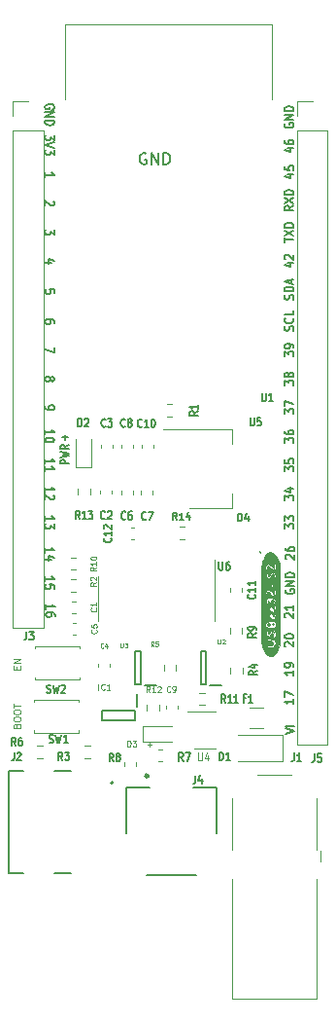
<source format=gbr>
%TF.GenerationSoftware,KiCad,Pcbnew,5.1.5+dfsg1-2build2*%
%TF.CreationDate,2021-06-12T01:28:48+05:30*%
%TF.ProjectId,USBee32-S2,55534265-6533-4322-9d53-322e6b696361,rev?*%
%TF.SameCoordinates,Original*%
%TF.FileFunction,Legend,Top*%
%TF.FilePolarity,Positive*%
%FSLAX46Y46*%
G04 Gerber Fmt 4.6, Leading zero omitted, Abs format (unit mm)*
G04 Created by KiCad (PCBNEW 5.1.5+dfsg1-2build2) date 2021-06-12 01:28:48*
%MOMM*%
%LPD*%
G04 APERTURE LIST*
%ADD10C,0.100000*%
%ADD11C,0.150000*%
%ADD12C,0.010000*%
%ADD13C,0.200000*%
%ADD14C,0.120000*%
%ADD15C,0.127000*%
%ADD16C,0.300000*%
%ADD17C,0.125000*%
G04 APERTURE END LIST*
D10*
X149051514Y-123533676D02*
X149051514Y-123152723D01*
X149241990Y-123343200D02*
X148861038Y-123343200D01*
D11*
X140741695Y-84063666D02*
X140741695Y-83730333D01*
X140360742Y-83697000D01*
X140398838Y-83730333D01*
X140436933Y-83797000D01*
X140436933Y-83963666D01*
X140398838Y-84030333D01*
X140360742Y-84063666D01*
X140284552Y-84097000D01*
X140094076Y-84097000D01*
X140017885Y-84063666D01*
X139979790Y-84030333D01*
X139941695Y-83963666D01*
X139941695Y-83797000D01*
X139979790Y-83730333D01*
X140017885Y-83697000D01*
X141699800Y-96825571D02*
X141699800Y-96368428D01*
X141966466Y-96597000D02*
X141433133Y-96597000D01*
X139992495Y-111551266D02*
X139992495Y-111151266D01*
X139992495Y-111351266D02*
X140792495Y-111351266D01*
X140678209Y-111284600D01*
X140602019Y-111217933D01*
X140563923Y-111151266D01*
X140792495Y-112151266D02*
X140792495Y-112017933D01*
X140754400Y-111951266D01*
X140716304Y-111917933D01*
X140602019Y-111851266D01*
X140449638Y-111817933D01*
X140144876Y-111817933D01*
X140068685Y-111851266D01*
X140030590Y-111884600D01*
X139992495Y-111951266D01*
X139992495Y-112084600D01*
X140030590Y-112151266D01*
X140068685Y-112184600D01*
X140144876Y-112217933D01*
X140335352Y-112217933D01*
X140411542Y-112184600D01*
X140449638Y-112151266D01*
X140487733Y-112084600D01*
X140487733Y-111951266D01*
X140449638Y-111884600D01*
X140411542Y-111851266D01*
X140335352Y-111817933D01*
X160871304Y-122397000D02*
X161671304Y-122163666D01*
X160871304Y-121930333D01*
X161671304Y-121697000D02*
X160871304Y-121697000D01*
X160909400Y-109830333D02*
X160871304Y-109897000D01*
X160871304Y-109997000D01*
X160909400Y-110097000D01*
X160985590Y-110163666D01*
X161061780Y-110197000D01*
X161214161Y-110230333D01*
X161328447Y-110230333D01*
X161480828Y-110197000D01*
X161557019Y-110163666D01*
X161633209Y-110097000D01*
X161671304Y-109997000D01*
X161671304Y-109930333D01*
X161633209Y-109830333D01*
X161595114Y-109797000D01*
X161328447Y-109797000D01*
X161328447Y-109930333D01*
X161671304Y-109497000D02*
X160871304Y-109497000D01*
X161671304Y-109097000D01*
X160871304Y-109097000D01*
X161671304Y-108763666D02*
X160871304Y-108763666D01*
X160871304Y-108597000D01*
X160909400Y-108497000D01*
X160985590Y-108430333D01*
X161061780Y-108397000D01*
X161214161Y-108363666D01*
X161328447Y-108363666D01*
X161480828Y-108397000D01*
X161557019Y-108430333D01*
X161633209Y-108497000D01*
X161671304Y-108597000D01*
X161671304Y-108763666D01*
X141991866Y-98895600D02*
X141291866Y-98895600D01*
X141291866Y-98667028D01*
X141325200Y-98609885D01*
X141358533Y-98581314D01*
X141425200Y-98552742D01*
X141525200Y-98552742D01*
X141591866Y-98581314D01*
X141625200Y-98609885D01*
X141658533Y-98667028D01*
X141658533Y-98895600D01*
X141291866Y-98352742D02*
X141991866Y-98209885D01*
X141491866Y-98095600D01*
X141991866Y-97981314D01*
X141291866Y-97838457D01*
X141991866Y-97267028D02*
X141658533Y-97467028D01*
X141991866Y-97609885D02*
X141291866Y-97609885D01*
X141291866Y-97381314D01*
X141325200Y-97324171D01*
X141358533Y-97295600D01*
X141425200Y-97267028D01*
X141525200Y-97267028D01*
X141591866Y-97295600D01*
X141625200Y-97324171D01*
X141658533Y-97381314D01*
X141658533Y-97609885D01*
D10*
X137466742Y-116775657D02*
X137466742Y-116575657D01*
X137781028Y-116489942D02*
X137781028Y-116775657D01*
X137181028Y-116775657D01*
X137181028Y-116489942D01*
X137781028Y-116232800D02*
X137181028Y-116232800D01*
X137781028Y-115889942D01*
X137181028Y-115889942D01*
X137466742Y-121668285D02*
X137495314Y-121582571D01*
X137523885Y-121554000D01*
X137581028Y-121525428D01*
X137666742Y-121525428D01*
X137723885Y-121554000D01*
X137752457Y-121582571D01*
X137781028Y-121639714D01*
X137781028Y-121868285D01*
X137181028Y-121868285D01*
X137181028Y-121668285D01*
X137209600Y-121611142D01*
X137238171Y-121582571D01*
X137295314Y-121554000D01*
X137352457Y-121554000D01*
X137409600Y-121582571D01*
X137438171Y-121611142D01*
X137466742Y-121668285D01*
X137466742Y-121868285D01*
X137181028Y-121154000D02*
X137181028Y-121039714D01*
X137209600Y-120982571D01*
X137266742Y-120925428D01*
X137381028Y-120896857D01*
X137581028Y-120896857D01*
X137695314Y-120925428D01*
X137752457Y-120982571D01*
X137781028Y-121039714D01*
X137781028Y-121154000D01*
X137752457Y-121211142D01*
X137695314Y-121268285D01*
X137581028Y-121296857D01*
X137381028Y-121296857D01*
X137266742Y-121268285D01*
X137209600Y-121211142D01*
X137181028Y-121154000D01*
X137181028Y-120525428D02*
X137181028Y-120411142D01*
X137209600Y-120354000D01*
X137266742Y-120296857D01*
X137381028Y-120268285D01*
X137581028Y-120268285D01*
X137695314Y-120296857D01*
X137752457Y-120354000D01*
X137781028Y-120411142D01*
X137781028Y-120525428D01*
X137752457Y-120582571D01*
X137695314Y-120639714D01*
X137581028Y-120668285D01*
X137381028Y-120668285D01*
X137266742Y-120639714D01*
X137209600Y-120582571D01*
X137181028Y-120525428D01*
X137181028Y-120096857D02*
X137181028Y-119754000D01*
X137781028Y-119925428D02*
X137181028Y-119925428D01*
D11*
X160947495Y-107188733D02*
X160909400Y-107155400D01*
X160871304Y-107088733D01*
X160871304Y-106922066D01*
X160909400Y-106855400D01*
X160947495Y-106822066D01*
X161023685Y-106788733D01*
X161099876Y-106788733D01*
X161214161Y-106822066D01*
X161671304Y-107222066D01*
X161671304Y-106788733D01*
X160871304Y-106188733D02*
X160871304Y-106322066D01*
X160909400Y-106388733D01*
X160947495Y-106422066D01*
X161061780Y-106488733D01*
X161214161Y-106522066D01*
X161518923Y-106522066D01*
X161595114Y-106488733D01*
X161633209Y-106455400D01*
X161671304Y-106388733D01*
X161671304Y-106255400D01*
X161633209Y-106188733D01*
X161595114Y-106155400D01*
X161518923Y-106122066D01*
X161328447Y-106122066D01*
X161252257Y-106155400D01*
X161214161Y-106188733D01*
X161176066Y-106255400D01*
X161176066Y-106388733D01*
X161214161Y-106455400D01*
X161252257Y-106488733D01*
X161328447Y-106522066D01*
X161611904Y-119383333D02*
X161611904Y-119783333D01*
X161611904Y-119583333D02*
X160811904Y-119583333D01*
X160926190Y-119650000D01*
X161002380Y-119716666D01*
X161040476Y-119783333D01*
X160811904Y-119150000D02*
X160811904Y-118683333D01*
X161611904Y-118983333D01*
X161611904Y-116883333D02*
X161611904Y-117283333D01*
X161611904Y-117083333D02*
X160811904Y-117083333D01*
X160926190Y-117150000D01*
X161002380Y-117216666D01*
X161040476Y-117283333D01*
X161611904Y-116550000D02*
X161611904Y-116416666D01*
X161573809Y-116350000D01*
X161535714Y-116316666D01*
X161421428Y-116250000D01*
X161269047Y-116216666D01*
X160964285Y-116216666D01*
X160888095Y-116250000D01*
X160850000Y-116283333D01*
X160811904Y-116350000D01*
X160811904Y-116483333D01*
X160850000Y-116550000D01*
X160888095Y-116583333D01*
X160964285Y-116616666D01*
X161154761Y-116616666D01*
X161230952Y-116583333D01*
X161269047Y-116550000D01*
X161307142Y-116483333D01*
X161307142Y-116350000D01*
X161269047Y-116283333D01*
X161230952Y-116250000D01*
X161154761Y-116216666D01*
X160888095Y-114783333D02*
X160850000Y-114750000D01*
X160811904Y-114683333D01*
X160811904Y-114516666D01*
X160850000Y-114450000D01*
X160888095Y-114416666D01*
X160964285Y-114383333D01*
X161040476Y-114383333D01*
X161154761Y-114416666D01*
X161611904Y-114816666D01*
X161611904Y-114383333D01*
X160811904Y-113950000D02*
X160811904Y-113883333D01*
X160850000Y-113816666D01*
X160888095Y-113783333D01*
X160964285Y-113750000D01*
X161116666Y-113716666D01*
X161307142Y-113716666D01*
X161459523Y-113750000D01*
X161535714Y-113783333D01*
X161573809Y-113816666D01*
X161611904Y-113883333D01*
X161611904Y-113950000D01*
X161573809Y-114016666D01*
X161535714Y-114050000D01*
X161459523Y-114083333D01*
X161307142Y-114116666D01*
X161116666Y-114116666D01*
X160964285Y-114083333D01*
X160888095Y-114050000D01*
X160850000Y-114016666D01*
X160811904Y-113950000D01*
X160888095Y-112283333D02*
X160850000Y-112250000D01*
X160811904Y-112183333D01*
X160811904Y-112016666D01*
X160850000Y-111950000D01*
X160888095Y-111916666D01*
X160964285Y-111883333D01*
X161040476Y-111883333D01*
X161154761Y-111916666D01*
X161611904Y-112316666D01*
X161611904Y-111883333D01*
X161611904Y-111216666D02*
X161611904Y-111616666D01*
X161611904Y-111416666D02*
X160811904Y-111416666D01*
X160926190Y-111483333D01*
X161002380Y-111550000D01*
X161040476Y-111616666D01*
X160811904Y-104566666D02*
X160811904Y-104133333D01*
X161116666Y-104366666D01*
X161116666Y-104266666D01*
X161154761Y-104200000D01*
X161192857Y-104166666D01*
X161269047Y-104133333D01*
X161459523Y-104133333D01*
X161535714Y-104166666D01*
X161573809Y-104200000D01*
X161611904Y-104266666D01*
X161611904Y-104466666D01*
X161573809Y-104533333D01*
X161535714Y-104566666D01*
X160811904Y-103900000D02*
X160811904Y-103466666D01*
X161116666Y-103700000D01*
X161116666Y-103600000D01*
X161154761Y-103533333D01*
X161192857Y-103500000D01*
X161269047Y-103466666D01*
X161459523Y-103466666D01*
X161535714Y-103500000D01*
X161573809Y-103533333D01*
X161611904Y-103600000D01*
X161611904Y-103800000D01*
X161573809Y-103866666D01*
X161535714Y-103900000D01*
X160811904Y-102066666D02*
X160811904Y-101633333D01*
X161116666Y-101866666D01*
X161116666Y-101766666D01*
X161154761Y-101700000D01*
X161192857Y-101666666D01*
X161269047Y-101633333D01*
X161459523Y-101633333D01*
X161535714Y-101666666D01*
X161573809Y-101700000D01*
X161611904Y-101766666D01*
X161611904Y-101966666D01*
X161573809Y-102033333D01*
X161535714Y-102066666D01*
X161078571Y-101033333D02*
X161611904Y-101033333D01*
X160773809Y-101200000D02*
X161345238Y-101366666D01*
X161345238Y-100933333D01*
X160811904Y-99566666D02*
X160811904Y-99133333D01*
X161116666Y-99366666D01*
X161116666Y-99266666D01*
X161154761Y-99200000D01*
X161192857Y-99166666D01*
X161269047Y-99133333D01*
X161459523Y-99133333D01*
X161535714Y-99166666D01*
X161573809Y-99200000D01*
X161611904Y-99266666D01*
X161611904Y-99466666D01*
X161573809Y-99533333D01*
X161535714Y-99566666D01*
X160811904Y-98500000D02*
X160811904Y-98833333D01*
X161192857Y-98866666D01*
X161154761Y-98833333D01*
X161116666Y-98766666D01*
X161116666Y-98600000D01*
X161154761Y-98533333D01*
X161192857Y-98500000D01*
X161269047Y-98466666D01*
X161459523Y-98466666D01*
X161535714Y-98500000D01*
X161573809Y-98533333D01*
X161611904Y-98600000D01*
X161611904Y-98766666D01*
X161573809Y-98833333D01*
X161535714Y-98866666D01*
X160811904Y-97066666D02*
X160811904Y-96633333D01*
X161116666Y-96866666D01*
X161116666Y-96766666D01*
X161154761Y-96700000D01*
X161192857Y-96666666D01*
X161269047Y-96633333D01*
X161459523Y-96633333D01*
X161535714Y-96666666D01*
X161573809Y-96700000D01*
X161611904Y-96766666D01*
X161611904Y-96966666D01*
X161573809Y-97033333D01*
X161535714Y-97066666D01*
X160811904Y-96033333D02*
X160811904Y-96166666D01*
X160850000Y-96233333D01*
X160888095Y-96266666D01*
X161002380Y-96333333D01*
X161154761Y-96366666D01*
X161459523Y-96366666D01*
X161535714Y-96333333D01*
X161573809Y-96300000D01*
X161611904Y-96233333D01*
X161611904Y-96100000D01*
X161573809Y-96033333D01*
X161535714Y-96000000D01*
X161459523Y-95966666D01*
X161269047Y-95966666D01*
X161192857Y-96000000D01*
X161154761Y-96033333D01*
X161116666Y-96100000D01*
X161116666Y-96233333D01*
X161154761Y-96300000D01*
X161192857Y-96333333D01*
X161269047Y-96366666D01*
X160811904Y-94566666D02*
X160811904Y-94133333D01*
X161116666Y-94366666D01*
X161116666Y-94266666D01*
X161154761Y-94200000D01*
X161192857Y-94166666D01*
X161269047Y-94133333D01*
X161459523Y-94133333D01*
X161535714Y-94166666D01*
X161573809Y-94200000D01*
X161611904Y-94266666D01*
X161611904Y-94466666D01*
X161573809Y-94533333D01*
X161535714Y-94566666D01*
X160811904Y-93900000D02*
X160811904Y-93433333D01*
X161611904Y-93733333D01*
X160811904Y-92066666D02*
X160811904Y-91633333D01*
X161116666Y-91866666D01*
X161116666Y-91766666D01*
X161154761Y-91700000D01*
X161192857Y-91666666D01*
X161269047Y-91633333D01*
X161459523Y-91633333D01*
X161535714Y-91666666D01*
X161573809Y-91700000D01*
X161611904Y-91766666D01*
X161611904Y-91966666D01*
X161573809Y-92033333D01*
X161535714Y-92066666D01*
X161154761Y-91233333D02*
X161116666Y-91300000D01*
X161078571Y-91333333D01*
X161002380Y-91366666D01*
X160964285Y-91366666D01*
X160888095Y-91333333D01*
X160850000Y-91300000D01*
X160811904Y-91233333D01*
X160811904Y-91100000D01*
X160850000Y-91033333D01*
X160888095Y-91000000D01*
X160964285Y-90966666D01*
X161002380Y-90966666D01*
X161078571Y-91000000D01*
X161116666Y-91033333D01*
X161154761Y-91100000D01*
X161154761Y-91233333D01*
X161192857Y-91300000D01*
X161230952Y-91333333D01*
X161307142Y-91366666D01*
X161459523Y-91366666D01*
X161535714Y-91333333D01*
X161573809Y-91300000D01*
X161611904Y-91233333D01*
X161611904Y-91100000D01*
X161573809Y-91033333D01*
X161535714Y-91000000D01*
X161459523Y-90966666D01*
X161307142Y-90966666D01*
X161230952Y-91000000D01*
X161192857Y-91033333D01*
X161154761Y-91100000D01*
X160811904Y-89566666D02*
X160811904Y-89133333D01*
X161116666Y-89366666D01*
X161116666Y-89266666D01*
X161154761Y-89200000D01*
X161192857Y-89166666D01*
X161269047Y-89133333D01*
X161459523Y-89133333D01*
X161535714Y-89166666D01*
X161573809Y-89200000D01*
X161611904Y-89266666D01*
X161611904Y-89466666D01*
X161573809Y-89533333D01*
X161535714Y-89566666D01*
X161611904Y-88800000D02*
X161611904Y-88666666D01*
X161573809Y-88600000D01*
X161535714Y-88566666D01*
X161421428Y-88500000D01*
X161269047Y-88466666D01*
X160964285Y-88466666D01*
X160888095Y-88500000D01*
X160850000Y-88533333D01*
X160811904Y-88600000D01*
X160811904Y-88733333D01*
X160850000Y-88800000D01*
X160888095Y-88833333D01*
X160964285Y-88866666D01*
X161154761Y-88866666D01*
X161230952Y-88833333D01*
X161269047Y-88800000D01*
X161307142Y-88733333D01*
X161307142Y-88600000D01*
X161269047Y-88533333D01*
X161230952Y-88500000D01*
X161154761Y-88466666D01*
X161573809Y-87333333D02*
X161611904Y-87233333D01*
X161611904Y-87066666D01*
X161573809Y-87000000D01*
X161535714Y-86966666D01*
X161459523Y-86933333D01*
X161383333Y-86933333D01*
X161307142Y-86966666D01*
X161269047Y-87000000D01*
X161230952Y-87066666D01*
X161192857Y-87200000D01*
X161154761Y-87266666D01*
X161116666Y-87300000D01*
X161040476Y-87333333D01*
X160964285Y-87333333D01*
X160888095Y-87300000D01*
X160850000Y-87266666D01*
X160811904Y-87200000D01*
X160811904Y-87033333D01*
X160850000Y-86933333D01*
X161535714Y-86233333D02*
X161573809Y-86266666D01*
X161611904Y-86366666D01*
X161611904Y-86433333D01*
X161573809Y-86533333D01*
X161497619Y-86600000D01*
X161421428Y-86633333D01*
X161269047Y-86666666D01*
X161154761Y-86666666D01*
X161002380Y-86633333D01*
X160926190Y-86600000D01*
X160850000Y-86533333D01*
X160811904Y-86433333D01*
X160811904Y-86366666D01*
X160850000Y-86266666D01*
X160888095Y-86233333D01*
X161611904Y-85600000D02*
X161611904Y-85933333D01*
X160811904Y-85933333D01*
X161573809Y-84600000D02*
X161611904Y-84500000D01*
X161611904Y-84333333D01*
X161573809Y-84266666D01*
X161535714Y-84233333D01*
X161459523Y-84200000D01*
X161383333Y-84200000D01*
X161307142Y-84233333D01*
X161269047Y-84266666D01*
X161230952Y-84333333D01*
X161192857Y-84466666D01*
X161154761Y-84533333D01*
X161116666Y-84566666D01*
X161040476Y-84600000D01*
X160964285Y-84600000D01*
X160888095Y-84566666D01*
X160850000Y-84533333D01*
X160811904Y-84466666D01*
X160811904Y-84300000D01*
X160850000Y-84200000D01*
X161611904Y-83900000D02*
X160811904Y-83900000D01*
X160811904Y-83733333D01*
X160850000Y-83633333D01*
X160926190Y-83566666D01*
X161002380Y-83533333D01*
X161154761Y-83500000D01*
X161269047Y-83500000D01*
X161421428Y-83533333D01*
X161497619Y-83566666D01*
X161573809Y-83633333D01*
X161611904Y-83733333D01*
X161611904Y-83900000D01*
X161383333Y-83233333D02*
X161383333Y-82900000D01*
X161611904Y-83300000D02*
X160811904Y-83066666D01*
X161611904Y-82833333D01*
X161078571Y-81450000D02*
X161611904Y-81450000D01*
X160773809Y-81616666D02*
X161345238Y-81783333D01*
X161345238Y-81350000D01*
X160888095Y-81116666D02*
X160850000Y-81083333D01*
X160811904Y-81016666D01*
X160811904Y-80850000D01*
X160850000Y-80783333D01*
X160888095Y-80750000D01*
X160964285Y-80716666D01*
X161040476Y-80716666D01*
X161154761Y-80750000D01*
X161611904Y-81150000D01*
X161611904Y-80716666D01*
X160811904Y-79633333D02*
X160811904Y-79233333D01*
X161611904Y-79433333D02*
X160811904Y-79433333D01*
X160811904Y-79066666D02*
X161611904Y-78600000D01*
X160811904Y-78600000D02*
X161611904Y-79066666D01*
X161611904Y-78333333D02*
X160811904Y-78333333D01*
X160811904Y-78166666D01*
X160850000Y-78066666D01*
X160926190Y-78000000D01*
X161002380Y-77966666D01*
X161154761Y-77933333D01*
X161269047Y-77933333D01*
X161421428Y-77966666D01*
X161497619Y-78000000D01*
X161573809Y-78066666D01*
X161611904Y-78166666D01*
X161611904Y-78333333D01*
X161611904Y-76466666D02*
X161230952Y-76700000D01*
X161611904Y-76866666D02*
X160811904Y-76866666D01*
X160811904Y-76600000D01*
X160850000Y-76533333D01*
X160888095Y-76500000D01*
X160964285Y-76466666D01*
X161078571Y-76466666D01*
X161154761Y-76500000D01*
X161192857Y-76533333D01*
X161230952Y-76600000D01*
X161230952Y-76866666D01*
X160811904Y-76233333D02*
X161611904Y-75766666D01*
X160811904Y-75766666D02*
X161611904Y-76233333D01*
X161611904Y-75500000D02*
X160811904Y-75500000D01*
X160811904Y-75333333D01*
X160850000Y-75233333D01*
X160926190Y-75166666D01*
X161002380Y-75133333D01*
X161154761Y-75100000D01*
X161269047Y-75100000D01*
X161421428Y-75133333D01*
X161497619Y-75166666D01*
X161573809Y-75233333D01*
X161611904Y-75333333D01*
X161611904Y-75500000D01*
X161078571Y-73700000D02*
X161611904Y-73700000D01*
X160773809Y-73866666D02*
X161345238Y-74033333D01*
X161345238Y-73600000D01*
X160811904Y-73000000D02*
X160811904Y-73333333D01*
X161192857Y-73366666D01*
X161154761Y-73333333D01*
X161116666Y-73266666D01*
X161116666Y-73100000D01*
X161154761Y-73033333D01*
X161192857Y-73000000D01*
X161269047Y-72966666D01*
X161459523Y-72966666D01*
X161535714Y-73000000D01*
X161573809Y-73033333D01*
X161611904Y-73100000D01*
X161611904Y-73266666D01*
X161573809Y-73333333D01*
X161535714Y-73366666D01*
X161078571Y-71450000D02*
X161611904Y-71450000D01*
X160773809Y-71616666D02*
X161345238Y-71783333D01*
X161345238Y-71350000D01*
X160811904Y-70783333D02*
X160811904Y-70916666D01*
X160850000Y-70983333D01*
X160888095Y-71016666D01*
X161002380Y-71083333D01*
X161154761Y-71116666D01*
X161459523Y-71116666D01*
X161535714Y-71083333D01*
X161573809Y-71050000D01*
X161611904Y-70983333D01*
X161611904Y-70850000D01*
X161573809Y-70783333D01*
X161535714Y-70750000D01*
X161459523Y-70716666D01*
X161269047Y-70716666D01*
X161192857Y-70750000D01*
X161154761Y-70783333D01*
X161116666Y-70850000D01*
X161116666Y-70983333D01*
X161154761Y-71050000D01*
X161192857Y-71083333D01*
X161269047Y-71116666D01*
X160850000Y-69283333D02*
X160811904Y-69350000D01*
X160811904Y-69450000D01*
X160850000Y-69550000D01*
X160926190Y-69616666D01*
X161002380Y-69650000D01*
X161154761Y-69683333D01*
X161269047Y-69683333D01*
X161421428Y-69650000D01*
X161497619Y-69616666D01*
X161573809Y-69550000D01*
X161611904Y-69450000D01*
X161611904Y-69383333D01*
X161573809Y-69283333D01*
X161535714Y-69250000D01*
X161269047Y-69250000D01*
X161269047Y-69383333D01*
X161611904Y-68950000D02*
X160811904Y-68950000D01*
X161611904Y-68550000D01*
X160811904Y-68550000D01*
X161611904Y-68216666D02*
X160811904Y-68216666D01*
X160811904Y-68050000D01*
X160850000Y-67950000D01*
X160926190Y-67883333D01*
X161002380Y-67850000D01*
X161154761Y-67816666D01*
X161269047Y-67816666D01*
X161421428Y-67850000D01*
X161497619Y-67883333D01*
X161573809Y-67950000D01*
X161611904Y-68050000D01*
X161611904Y-68216666D01*
X139938095Y-109116666D02*
X139938095Y-108716666D01*
X139938095Y-108916666D02*
X140738095Y-108916666D01*
X140623809Y-108850000D01*
X140547619Y-108783333D01*
X140509523Y-108716666D01*
X140738095Y-109750000D02*
X140738095Y-109416666D01*
X140357142Y-109383333D01*
X140395238Y-109416666D01*
X140433333Y-109483333D01*
X140433333Y-109650000D01*
X140395238Y-109716666D01*
X140357142Y-109750000D01*
X140280952Y-109783333D01*
X140090476Y-109783333D01*
X140014285Y-109750000D01*
X139976190Y-109716666D01*
X139938095Y-109650000D01*
X139938095Y-109483333D01*
X139976190Y-109416666D01*
X140014285Y-109383333D01*
X139938095Y-106636666D02*
X139938095Y-106236666D01*
X139938095Y-106436666D02*
X140738095Y-106436666D01*
X140623809Y-106370000D01*
X140547619Y-106303333D01*
X140509523Y-106236666D01*
X140471428Y-107236666D02*
X139938095Y-107236666D01*
X140776190Y-107070000D02*
X140204761Y-106903333D01*
X140204761Y-107336666D01*
X139938095Y-103866666D02*
X139938095Y-103466666D01*
X139938095Y-103666666D02*
X140738095Y-103666666D01*
X140623809Y-103600000D01*
X140547619Y-103533333D01*
X140509523Y-103466666D01*
X140738095Y-104100000D02*
X140738095Y-104533333D01*
X140433333Y-104300000D01*
X140433333Y-104400000D01*
X140395238Y-104466666D01*
X140357142Y-104500000D01*
X140280952Y-104533333D01*
X140090476Y-104533333D01*
X140014285Y-104500000D01*
X139976190Y-104466666D01*
X139938095Y-104400000D01*
X139938095Y-104200000D01*
X139976190Y-104133333D01*
X140014285Y-104100000D01*
X139938095Y-101366666D02*
X139938095Y-100966666D01*
X139938095Y-101166666D02*
X140738095Y-101166666D01*
X140623809Y-101100000D01*
X140547619Y-101033333D01*
X140509523Y-100966666D01*
X140661904Y-101633333D02*
X140700000Y-101666666D01*
X140738095Y-101733333D01*
X140738095Y-101900000D01*
X140700000Y-101966666D01*
X140661904Y-102000000D01*
X140585714Y-102033333D01*
X140509523Y-102033333D01*
X140395238Y-102000000D01*
X139938095Y-101600000D01*
X139938095Y-102033333D01*
X139938095Y-98886666D02*
X139938095Y-98486666D01*
X139938095Y-98686666D02*
X140738095Y-98686666D01*
X140623809Y-98620000D01*
X140547619Y-98553333D01*
X140509523Y-98486666D01*
X139938095Y-99553333D02*
X139938095Y-99153333D01*
X139938095Y-99353333D02*
X140738095Y-99353333D01*
X140623809Y-99286666D01*
X140547619Y-99220000D01*
X140509523Y-99153333D01*
X139938095Y-96366666D02*
X139938095Y-95966666D01*
X139938095Y-96166666D02*
X140738095Y-96166666D01*
X140623809Y-96100000D01*
X140547619Y-96033333D01*
X140509523Y-95966666D01*
X140738095Y-96800000D02*
X140738095Y-96866666D01*
X140700000Y-96933333D01*
X140661904Y-96966666D01*
X140585714Y-97000000D01*
X140433333Y-97033333D01*
X140242857Y-97033333D01*
X140090476Y-97000000D01*
X140014285Y-96966666D01*
X139976190Y-96933333D01*
X139938095Y-96866666D01*
X139938095Y-96800000D01*
X139976190Y-96733333D01*
X140014285Y-96700000D01*
X140090476Y-96666666D01*
X140242857Y-96633333D01*
X140433333Y-96633333D01*
X140585714Y-96666666D01*
X140661904Y-96700000D01*
X140700000Y-96733333D01*
X140738095Y-96800000D01*
X139938095Y-93886666D02*
X139938095Y-94020000D01*
X139976190Y-94086666D01*
X140014285Y-94120000D01*
X140128571Y-94186666D01*
X140280952Y-94220000D01*
X140585714Y-94220000D01*
X140661904Y-94186666D01*
X140700000Y-94153333D01*
X140738095Y-94086666D01*
X140738095Y-93953333D01*
X140700000Y-93886666D01*
X140661904Y-93853333D01*
X140585714Y-93820000D01*
X140395238Y-93820000D01*
X140319047Y-93853333D01*
X140280952Y-93886666D01*
X140242857Y-93953333D01*
X140242857Y-94086666D01*
X140280952Y-94153333D01*
X140319047Y-94186666D01*
X140395238Y-94220000D01*
X140395238Y-91453333D02*
X140433333Y-91386666D01*
X140471428Y-91353333D01*
X140547619Y-91320000D01*
X140585714Y-91320000D01*
X140661904Y-91353333D01*
X140700000Y-91386666D01*
X140738095Y-91453333D01*
X140738095Y-91586666D01*
X140700000Y-91653333D01*
X140661904Y-91686666D01*
X140585714Y-91720000D01*
X140547619Y-91720000D01*
X140471428Y-91686666D01*
X140433333Y-91653333D01*
X140395238Y-91586666D01*
X140395238Y-91453333D01*
X140357142Y-91386666D01*
X140319047Y-91353333D01*
X140242857Y-91320000D01*
X140090476Y-91320000D01*
X140014285Y-91353333D01*
X139976190Y-91386666D01*
X139938095Y-91453333D01*
X139938095Y-91586666D01*
X139976190Y-91653333D01*
X140014285Y-91686666D01*
X140090476Y-91720000D01*
X140242857Y-91720000D01*
X140319047Y-91686666D01*
X140357142Y-91653333D01*
X140395238Y-91586666D01*
X140738095Y-88786666D02*
X140738095Y-89253333D01*
X139938095Y-88953333D01*
X140738095Y-86653333D02*
X140738095Y-86520000D01*
X140700000Y-86453333D01*
X140661904Y-86420000D01*
X140547619Y-86353333D01*
X140395238Y-86320000D01*
X140090476Y-86320000D01*
X140014285Y-86353333D01*
X139976190Y-86386666D01*
X139938095Y-86453333D01*
X139938095Y-86586666D01*
X139976190Y-86653333D01*
X140014285Y-86686666D01*
X140090476Y-86720000D01*
X140280952Y-86720000D01*
X140357142Y-86686666D01*
X140395238Y-86653333D01*
X140433333Y-86586666D01*
X140433333Y-86453333D01*
X140395238Y-86386666D01*
X140357142Y-86353333D01*
X140280952Y-86320000D01*
X140471428Y-81403333D02*
X139938095Y-81403333D01*
X140776190Y-81236666D02*
X140204761Y-81070000D01*
X140204761Y-81503333D01*
X140738095Y-78536666D02*
X140738095Y-78970000D01*
X140433333Y-78736666D01*
X140433333Y-78836666D01*
X140395238Y-78903333D01*
X140357142Y-78936666D01*
X140280952Y-78970000D01*
X140090476Y-78970000D01*
X140014285Y-78936666D01*
X139976190Y-78903333D01*
X139938095Y-78836666D01*
X139938095Y-78636666D01*
X139976190Y-78570000D01*
X140014285Y-78536666D01*
X140661904Y-76070000D02*
X140700000Y-76103333D01*
X140738095Y-76170000D01*
X140738095Y-76336666D01*
X140700000Y-76403333D01*
X140661904Y-76436666D01*
X140585714Y-76470000D01*
X140509523Y-76470000D01*
X140395238Y-76436666D01*
X139938095Y-76036666D01*
X139938095Y-76470000D01*
X139938095Y-73970000D02*
X139938095Y-73570000D01*
X139938095Y-73770000D02*
X140738095Y-73770000D01*
X140623809Y-73703333D01*
X140547619Y-73636666D01*
X140509523Y-73570000D01*
X140738095Y-70293333D02*
X140738095Y-70726666D01*
X140433333Y-70493333D01*
X140433333Y-70593333D01*
X140395238Y-70660000D01*
X140357142Y-70693333D01*
X140280952Y-70726666D01*
X140090476Y-70726666D01*
X140014285Y-70693333D01*
X139976190Y-70660000D01*
X139938095Y-70593333D01*
X139938095Y-70393333D01*
X139976190Y-70326666D01*
X140014285Y-70293333D01*
X140738095Y-70926666D02*
X139938095Y-71160000D01*
X140738095Y-71393333D01*
X140738095Y-71560000D02*
X140738095Y-71993333D01*
X140433333Y-71760000D01*
X140433333Y-71860000D01*
X140395238Y-71926666D01*
X140357142Y-71960000D01*
X140280952Y-71993333D01*
X140090476Y-71993333D01*
X140014285Y-71960000D01*
X139976190Y-71926666D01*
X139938095Y-71860000D01*
X139938095Y-71660000D01*
X139976190Y-71593333D01*
X140014285Y-71560000D01*
X140700000Y-68006666D02*
X140738095Y-67940000D01*
X140738095Y-67840000D01*
X140700000Y-67740000D01*
X140623809Y-67673333D01*
X140547619Y-67640000D01*
X140395238Y-67606666D01*
X140280952Y-67606666D01*
X140128571Y-67640000D01*
X140052380Y-67673333D01*
X139976190Y-67740000D01*
X139938095Y-67840000D01*
X139938095Y-67906666D01*
X139976190Y-68006666D01*
X140014285Y-68040000D01*
X140280952Y-68040000D01*
X140280952Y-67906666D01*
X139938095Y-68340000D02*
X140738095Y-68340000D01*
X139938095Y-68740000D01*
X140738095Y-68740000D01*
X139938095Y-69073333D02*
X140738095Y-69073333D01*
X140738095Y-69240000D01*
X140700000Y-69340000D01*
X140623809Y-69406666D01*
X140547619Y-69440000D01*
X140395238Y-69473333D01*
X140280952Y-69473333D01*
X140128571Y-69440000D01*
X140052380Y-69406666D01*
X139976190Y-69340000D01*
X139938095Y-69240000D01*
X139938095Y-69073333D01*
D12*
G36*
X158766116Y-110253443D02*
G01*
X158768667Y-109541296D01*
X158773718Y-108963974D01*
X158781926Y-108504225D01*
X158793946Y-108144795D01*
X158810433Y-107868433D01*
X158832043Y-107657887D01*
X158859431Y-107495904D01*
X158893251Y-107365233D01*
X158909872Y-107314556D01*
X159097240Y-106924037D01*
X159324110Y-106687021D01*
X159573079Y-106605890D01*
X159826747Y-106683026D01*
X160067712Y-106920810D01*
X160197333Y-107138333D01*
X160409000Y-107561666D01*
X160422630Y-110948333D01*
X160424115Y-111701671D01*
X160422561Y-112412009D01*
X160418231Y-113059215D01*
X160411386Y-113623157D01*
X160402288Y-114083702D01*
X160391200Y-114420717D01*
X160378383Y-114614070D01*
X160374593Y-114639369D01*
X160252920Y-115016998D01*
X160066465Y-115336206D01*
X159845044Y-115551278D01*
X159748189Y-115599772D01*
X159566336Y-115607745D01*
X159566336Y-114878875D01*
X159794786Y-114828880D01*
X159864233Y-114797688D01*
X159996080Y-114646027D01*
X160028000Y-114504333D01*
X159963437Y-114304166D01*
X159874249Y-114220388D01*
X159874249Y-114039519D01*
X159975585Y-113978193D01*
X160009518Y-113860531D01*
X160013267Y-113651642D01*
X160010863Y-113618359D01*
X159975863Y-113415198D01*
X159892063Y-113332064D01*
X159774000Y-113319000D01*
X159599518Y-113365587D01*
X159545565Y-113486454D01*
X159545565Y-113192000D01*
X159784000Y-113180075D01*
X159944456Y-113150114D01*
X159971555Y-113135555D01*
X160025385Y-112984800D01*
X160008415Y-112781944D01*
X159930025Y-112624033D01*
X159921359Y-112616230D01*
X159753565Y-112567739D01*
X159727133Y-112570364D01*
X159727133Y-112431375D01*
X159905945Y-112397484D01*
X159996045Y-112286511D01*
X160026301Y-112102491D01*
X159990390Y-111933031D01*
X159943333Y-111879666D01*
X159878075Y-111908098D01*
X159856092Y-112022836D01*
X159845374Y-112153545D01*
X159814007Y-112134799D01*
X159814007Y-111794475D01*
X159906412Y-111748175D01*
X159990635Y-111615455D01*
X160025765Y-111441293D01*
X160006714Y-111295100D01*
X159943333Y-111244666D01*
X159875028Y-111316584D01*
X159852936Y-111435166D01*
X159847206Y-111625666D01*
X159754266Y-111432779D01*
X159635594Y-111287674D01*
X159522774Y-111303554D01*
X159451876Y-111474985D01*
X159451362Y-111478403D01*
X159493509Y-111657005D01*
X159635576Y-111774922D01*
X159814007Y-111794475D01*
X159814007Y-112134799D01*
X159802661Y-112128017D01*
X159767218Y-112070166D01*
X159632730Y-111931893D01*
X159510672Y-111937029D01*
X159448861Y-112072888D01*
X159450876Y-112154109D01*
X159540175Y-112355875D01*
X159727133Y-112431375D01*
X159727133Y-112570364D01*
X159517966Y-112591145D01*
X159291247Y-112670051D01*
X159266000Y-112690417D01*
X159266000Y-111075333D01*
X159332695Y-111003764D01*
X159350667Y-110889818D01*
X159359412Y-110761344D01*
X159409389Y-110787274D01*
X159464050Y-110859363D01*
X159555557Y-110963089D01*
X159608564Y-110928069D01*
X159630726Y-110875545D01*
X159722052Y-110753213D01*
X159812581Y-110753291D01*
X159841898Y-110866733D01*
X159834134Y-110906000D01*
X159823829Y-111041278D01*
X159852482Y-111075333D01*
X159978585Y-111004630D01*
X160014397Y-110819337D01*
X160010405Y-110782484D01*
X159964018Y-110672642D01*
X159868404Y-110628186D01*
X159868404Y-110398000D01*
X159979356Y-110360643D01*
X160023678Y-110220273D01*
X160028000Y-110101666D01*
X160006734Y-109905799D01*
X159954445Y-109807893D01*
X159943333Y-109805333D01*
X159920774Y-109831804D01*
X159920774Y-108958666D01*
X159999415Y-108901246D01*
X160016580Y-108713014D01*
X160011944Y-108641166D01*
X159978911Y-108430452D01*
X159930806Y-108373395D01*
X159930806Y-108155152D01*
X159950502Y-108149903D01*
X160007109Y-108043797D01*
X160026230Y-107868429D01*
X160008840Y-107697916D01*
X159955911Y-107606376D01*
X159943333Y-107604000D01*
X159876460Y-107675515D01*
X159858667Y-107788092D01*
X159858667Y-107972184D01*
X159662710Y-107788092D01*
X159484043Y-107657513D01*
X159333101Y-107604000D01*
X159190350Y-107674143D01*
X159128191Y-107841276D01*
X159150715Y-107985000D01*
X159239103Y-108101552D01*
X159318578Y-108084295D01*
X159327513Y-107948101D01*
X159326134Y-107942666D01*
X159305792Y-107811257D01*
X159355286Y-107790207D01*
X159494790Y-107882454D01*
X159620780Y-107985566D01*
X159799686Y-108109912D01*
X159930806Y-108155152D01*
X159930806Y-108373395D01*
X159903289Y-108340757D01*
X159774000Y-108323666D01*
X159599518Y-108370253D01*
X159535278Y-108514166D01*
X159479052Y-108675841D01*
X159405534Y-108686731D01*
X159355266Y-108555206D01*
X159350667Y-108476066D01*
X159333478Y-108326018D01*
X159273915Y-108325807D01*
X159255265Y-108342868D01*
X159199033Y-108501318D01*
X159233738Y-108704114D01*
X159338257Y-108868655D01*
X159399569Y-108907138D01*
X159521137Y-108891194D01*
X159622620Y-108725228D01*
X159630529Y-108704811D01*
X159730794Y-108508867D01*
X159811927Y-108460875D01*
X159850078Y-108560851D01*
X159840606Y-108704666D01*
X159839864Y-108897965D01*
X159919828Y-108958663D01*
X159920774Y-108958666D01*
X159920774Y-109831804D01*
X159881027Y-109878446D01*
X159855984Y-110038166D01*
X159853302Y-110271000D01*
X159689333Y-110051227D01*
X159689333Y-109593666D01*
X159752116Y-109563691D01*
X159774000Y-109429330D01*
X159745627Y-109267840D01*
X159689333Y-109212666D01*
X159619861Y-109283355D01*
X159604667Y-109377003D01*
X159643545Y-109539085D01*
X159689333Y-109593666D01*
X159689333Y-110051227D01*
X159679589Y-110038166D01*
X159488379Y-109848710D01*
X159322759Y-109823599D01*
X159187593Y-109962971D01*
X159155578Y-110140958D01*
X159233231Y-110280471D01*
X159327262Y-110387092D01*
X159342452Y-110351747D01*
X159322566Y-110249917D01*
X159318882Y-110066204D01*
X159394942Y-110019900D01*
X159521374Y-110118926D01*
X159568351Y-110183635D01*
X159718540Y-110337936D01*
X159868404Y-110398000D01*
X159868404Y-110628186D01*
X159836238Y-110613229D01*
X159583500Y-110583861D01*
X159341282Y-110573732D01*
X159223288Y-110601558D01*
X159184842Y-110693202D01*
X159181333Y-110816694D01*
X159205452Y-110997031D01*
X159263710Y-111075239D01*
X159266000Y-111075333D01*
X159266000Y-112690417D01*
X159154773Y-112780143D01*
X159093392Y-112977546D01*
X159184487Y-113116203D01*
X159418272Y-113185801D01*
X159545565Y-113192000D01*
X159545565Y-113486454D01*
X159535278Y-113509500D01*
X159477950Y-113665246D01*
X159400870Y-113688508D01*
X159352599Y-113573720D01*
X159350667Y-113530666D01*
X159315210Y-113393086D01*
X159266000Y-113361333D01*
X159194632Y-113427486D01*
X159185772Y-113581440D01*
X159232754Y-113756437D01*
X159317495Y-113876937D01*
X159437774Y-113941451D01*
X159539542Y-113870501D01*
X159571495Y-113828788D01*
X159665402Y-113656293D01*
X159689333Y-113556818D01*
X159747287Y-113455050D01*
X159785078Y-113446000D01*
X159843846Y-113521646D01*
X159832984Y-113740792D01*
X159832734Y-113742333D01*
X159820367Y-113963071D01*
X159874249Y-114039519D01*
X159874249Y-114220388D01*
X159864233Y-114210979D01*
X159691451Y-114152271D01*
X159489947Y-114126219D01*
X159314845Y-114133078D01*
X159221269Y-114173105D01*
X159223667Y-114208000D01*
X159337995Y-114268743D01*
X159527654Y-114292666D01*
X159740966Y-114337336D01*
X159831328Y-114428211D01*
X159818206Y-114579648D01*
X159662280Y-114680278D01*
X159409170Y-114714703D01*
X159252402Y-114740396D01*
X159223667Y-114800666D01*
X159351905Y-114869582D01*
X159566336Y-114878875D01*
X159566336Y-115607745D01*
X159483929Y-115611358D01*
X159236739Y-115467998D01*
X159024379Y-115184078D01*
X158909872Y-114920777D01*
X158873095Y-114798241D01*
X158843031Y-114651785D01*
X158819026Y-114464158D01*
X158800425Y-114218106D01*
X158786571Y-113896379D01*
X158776810Y-113481722D01*
X158770486Y-112956885D01*
X158766945Y-112304614D01*
X158765529Y-111507659D01*
X158765412Y-111117666D01*
X158766116Y-110253443D01*
G37*
X158766116Y-110253443D02*
X158768667Y-109541296D01*
X158773718Y-108963974D01*
X158781926Y-108504225D01*
X158793946Y-108144795D01*
X158810433Y-107868433D01*
X158832043Y-107657887D01*
X158859431Y-107495904D01*
X158893251Y-107365233D01*
X158909872Y-107314556D01*
X159097240Y-106924037D01*
X159324110Y-106687021D01*
X159573079Y-106605890D01*
X159826747Y-106683026D01*
X160067712Y-106920810D01*
X160197333Y-107138333D01*
X160409000Y-107561666D01*
X160422630Y-110948333D01*
X160424115Y-111701671D01*
X160422561Y-112412009D01*
X160418231Y-113059215D01*
X160411386Y-113623157D01*
X160402288Y-114083702D01*
X160391200Y-114420717D01*
X160378383Y-114614070D01*
X160374593Y-114639369D01*
X160252920Y-115016998D01*
X160066465Y-115336206D01*
X159845044Y-115551278D01*
X159748189Y-115599772D01*
X159566336Y-115607745D01*
X159566336Y-114878875D01*
X159794786Y-114828880D01*
X159864233Y-114797688D01*
X159996080Y-114646027D01*
X160028000Y-114504333D01*
X159963437Y-114304166D01*
X159874249Y-114220388D01*
X159874249Y-114039519D01*
X159975585Y-113978193D01*
X160009518Y-113860531D01*
X160013267Y-113651642D01*
X160010863Y-113618359D01*
X159975863Y-113415198D01*
X159892063Y-113332064D01*
X159774000Y-113319000D01*
X159599518Y-113365587D01*
X159545565Y-113486454D01*
X159545565Y-113192000D01*
X159784000Y-113180075D01*
X159944456Y-113150114D01*
X159971555Y-113135555D01*
X160025385Y-112984800D01*
X160008415Y-112781944D01*
X159930025Y-112624033D01*
X159921359Y-112616230D01*
X159753565Y-112567739D01*
X159727133Y-112570364D01*
X159727133Y-112431375D01*
X159905945Y-112397484D01*
X159996045Y-112286511D01*
X160026301Y-112102491D01*
X159990390Y-111933031D01*
X159943333Y-111879666D01*
X159878075Y-111908098D01*
X159856092Y-112022836D01*
X159845374Y-112153545D01*
X159814007Y-112134799D01*
X159814007Y-111794475D01*
X159906412Y-111748175D01*
X159990635Y-111615455D01*
X160025765Y-111441293D01*
X160006714Y-111295100D01*
X159943333Y-111244666D01*
X159875028Y-111316584D01*
X159852936Y-111435166D01*
X159847206Y-111625666D01*
X159754266Y-111432779D01*
X159635594Y-111287674D01*
X159522774Y-111303554D01*
X159451876Y-111474985D01*
X159451362Y-111478403D01*
X159493509Y-111657005D01*
X159635576Y-111774922D01*
X159814007Y-111794475D01*
X159814007Y-112134799D01*
X159802661Y-112128017D01*
X159767218Y-112070166D01*
X159632730Y-111931893D01*
X159510672Y-111937029D01*
X159448861Y-112072888D01*
X159450876Y-112154109D01*
X159540175Y-112355875D01*
X159727133Y-112431375D01*
X159727133Y-112570364D01*
X159517966Y-112591145D01*
X159291247Y-112670051D01*
X159266000Y-112690417D01*
X159266000Y-111075333D01*
X159332695Y-111003764D01*
X159350667Y-110889818D01*
X159359412Y-110761344D01*
X159409389Y-110787274D01*
X159464050Y-110859363D01*
X159555557Y-110963089D01*
X159608564Y-110928069D01*
X159630726Y-110875545D01*
X159722052Y-110753213D01*
X159812581Y-110753291D01*
X159841898Y-110866733D01*
X159834134Y-110906000D01*
X159823829Y-111041278D01*
X159852482Y-111075333D01*
X159978585Y-111004630D01*
X160014397Y-110819337D01*
X160010405Y-110782484D01*
X159964018Y-110672642D01*
X159868404Y-110628186D01*
X159868404Y-110398000D01*
X159979356Y-110360643D01*
X160023678Y-110220273D01*
X160028000Y-110101666D01*
X160006734Y-109905799D01*
X159954445Y-109807893D01*
X159943333Y-109805333D01*
X159920774Y-109831804D01*
X159920774Y-108958666D01*
X159999415Y-108901246D01*
X160016580Y-108713014D01*
X160011944Y-108641166D01*
X159978911Y-108430452D01*
X159930806Y-108373395D01*
X159930806Y-108155152D01*
X159950502Y-108149903D01*
X160007109Y-108043797D01*
X160026230Y-107868429D01*
X160008840Y-107697916D01*
X159955911Y-107606376D01*
X159943333Y-107604000D01*
X159876460Y-107675515D01*
X159858667Y-107788092D01*
X159858667Y-107972184D01*
X159662710Y-107788092D01*
X159484043Y-107657513D01*
X159333101Y-107604000D01*
X159190350Y-107674143D01*
X159128191Y-107841276D01*
X159150715Y-107985000D01*
X159239103Y-108101552D01*
X159318578Y-108084295D01*
X159327513Y-107948101D01*
X159326134Y-107942666D01*
X159305792Y-107811257D01*
X159355286Y-107790207D01*
X159494790Y-107882454D01*
X159620780Y-107985566D01*
X159799686Y-108109912D01*
X159930806Y-108155152D01*
X159930806Y-108373395D01*
X159903289Y-108340757D01*
X159774000Y-108323666D01*
X159599518Y-108370253D01*
X159535278Y-108514166D01*
X159479052Y-108675841D01*
X159405534Y-108686731D01*
X159355266Y-108555206D01*
X159350667Y-108476066D01*
X159333478Y-108326018D01*
X159273915Y-108325807D01*
X159255265Y-108342868D01*
X159199033Y-108501318D01*
X159233738Y-108704114D01*
X159338257Y-108868655D01*
X159399569Y-108907138D01*
X159521137Y-108891194D01*
X159622620Y-108725228D01*
X159630529Y-108704811D01*
X159730794Y-108508867D01*
X159811927Y-108460875D01*
X159850078Y-108560851D01*
X159840606Y-108704666D01*
X159839864Y-108897965D01*
X159919828Y-108958663D01*
X159920774Y-108958666D01*
X159920774Y-109831804D01*
X159881027Y-109878446D01*
X159855984Y-110038166D01*
X159853302Y-110271000D01*
X159689333Y-110051227D01*
X159689333Y-109593666D01*
X159752116Y-109563691D01*
X159774000Y-109429330D01*
X159745627Y-109267840D01*
X159689333Y-109212666D01*
X159619861Y-109283355D01*
X159604667Y-109377003D01*
X159643545Y-109539085D01*
X159689333Y-109593666D01*
X159689333Y-110051227D01*
X159679589Y-110038166D01*
X159488379Y-109848710D01*
X159322759Y-109823599D01*
X159187593Y-109962971D01*
X159155578Y-110140958D01*
X159233231Y-110280471D01*
X159327262Y-110387092D01*
X159342452Y-110351747D01*
X159322566Y-110249917D01*
X159318882Y-110066204D01*
X159394942Y-110019900D01*
X159521374Y-110118926D01*
X159568351Y-110183635D01*
X159718540Y-110337936D01*
X159868404Y-110398000D01*
X159868404Y-110628186D01*
X159836238Y-110613229D01*
X159583500Y-110583861D01*
X159341282Y-110573732D01*
X159223288Y-110601558D01*
X159184842Y-110693202D01*
X159181333Y-110816694D01*
X159205452Y-110997031D01*
X159263710Y-111075239D01*
X159266000Y-111075333D01*
X159266000Y-112690417D01*
X159154773Y-112780143D01*
X159093392Y-112977546D01*
X159184487Y-113116203D01*
X159418272Y-113185801D01*
X159545565Y-113192000D01*
X159545565Y-113486454D01*
X159535278Y-113509500D01*
X159477950Y-113665246D01*
X159400870Y-113688508D01*
X159352599Y-113573720D01*
X159350667Y-113530666D01*
X159315210Y-113393086D01*
X159266000Y-113361333D01*
X159194632Y-113427486D01*
X159185772Y-113581440D01*
X159232754Y-113756437D01*
X159317495Y-113876937D01*
X159437774Y-113941451D01*
X159539542Y-113870501D01*
X159571495Y-113828788D01*
X159665402Y-113656293D01*
X159689333Y-113556818D01*
X159747287Y-113455050D01*
X159785078Y-113446000D01*
X159843846Y-113521646D01*
X159832984Y-113740792D01*
X159832734Y-113742333D01*
X159820367Y-113963071D01*
X159874249Y-114039519D01*
X159874249Y-114220388D01*
X159864233Y-114210979D01*
X159691451Y-114152271D01*
X159489947Y-114126219D01*
X159314845Y-114133078D01*
X159221269Y-114173105D01*
X159223667Y-114208000D01*
X159337995Y-114268743D01*
X159527654Y-114292666D01*
X159740966Y-114337336D01*
X159831328Y-114428211D01*
X159818206Y-114579648D01*
X159662280Y-114680278D01*
X159409170Y-114714703D01*
X159252402Y-114740396D01*
X159223667Y-114800666D01*
X159351905Y-114869582D01*
X159566336Y-114878875D01*
X159566336Y-115607745D01*
X159483929Y-115611358D01*
X159236739Y-115467998D01*
X159024379Y-115184078D01*
X158909872Y-114920777D01*
X158873095Y-114798241D01*
X158843031Y-114651785D01*
X158819026Y-114464158D01*
X158800425Y-114218106D01*
X158786571Y-113896379D01*
X158776810Y-113481722D01*
X158770486Y-112956885D01*
X158766945Y-112304614D01*
X158765529Y-111507659D01*
X158765412Y-111117666D01*
X158766116Y-110253443D01*
G36*
X159753762Y-112771127D02*
G01*
X159774000Y-112768666D01*
X159856206Y-112833096D01*
X159858667Y-112853333D01*
X159794237Y-112935540D01*
X159774000Y-112938000D01*
X159691793Y-112873571D01*
X159689333Y-112853333D01*
X159753762Y-112771127D01*
G37*
X159753762Y-112771127D02*
X159774000Y-112768666D01*
X159856206Y-112833096D01*
X159858667Y-112853333D01*
X159794237Y-112935540D01*
X159774000Y-112938000D01*
X159691793Y-112873571D01*
X159689333Y-112853333D01*
X159753762Y-112771127D01*
G36*
X159324746Y-112822809D02*
G01*
X159441333Y-112770392D01*
X159517057Y-112824607D01*
X159520000Y-112848336D01*
X159458788Y-112963820D01*
X159441183Y-112976717D01*
X159340683Y-112972671D01*
X159296936Y-112883163D01*
X159324746Y-112822809D01*
G37*
X159324746Y-112822809D02*
X159441333Y-112770392D01*
X159517057Y-112824607D01*
X159520000Y-112848336D01*
X159458788Y-112963820D01*
X159441183Y-112976717D01*
X159340683Y-112972671D01*
X159296936Y-112883163D01*
X159324746Y-112822809D01*
D13*
X140500000Y-68200000D02*
X140500000Y-68200000D01*
X140700000Y-68200000D02*
X140700000Y-68200000D01*
D10*
X159700000Y-60700000D02*
X159700000Y-67200000D01*
X141700000Y-60700000D02*
X159700000Y-60700000D01*
X141700000Y-67200000D02*
X141700000Y-60700000D01*
D13*
X140700000Y-68200000D02*
G75*
G02X140500000Y-68200000I-100000J0D01*
G01*
X140500000Y-68200000D02*
G75*
G02X140700000Y-68200000I100000J0D01*
G01*
D14*
X152967200Y-123670500D02*
X154767200Y-123670500D01*
X154767200Y-120450500D02*
X152317200Y-120450500D01*
D15*
X142173800Y-125578800D02*
X140733800Y-125578800D01*
X142173800Y-134518800D02*
X140733800Y-134518800D01*
X137993800Y-134518800D02*
X136763800Y-134518800D01*
X136763800Y-134518800D02*
X136763800Y-125578800D01*
X136763800Y-125578800D02*
X137993800Y-125578800D01*
D13*
X145863800Y-126648800D02*
G75*
G03X145863800Y-126648800I-100000J0D01*
G01*
D14*
X156775700Y-124732200D02*
X160660700Y-124732200D01*
X160660700Y-124732200D02*
X160660700Y-122462200D01*
X160660700Y-122462200D02*
X156775700Y-122462200D01*
X142623658Y-107085400D02*
X142149142Y-107085400D01*
X142623658Y-108130400D02*
X142149142Y-108130400D01*
X150971500Y-121743800D02*
X148486500Y-121743800D01*
X148486500Y-121743800D02*
X148486500Y-123113800D01*
X148486500Y-123113800D02*
X150971500Y-123113800D01*
D13*
X148237500Y-118125700D02*
X147787500Y-118125700D01*
X147787500Y-118125700D02*
X147787500Y-115225700D01*
X147787500Y-115225700D02*
X148237500Y-115225700D01*
X148237500Y-115225700D02*
X148237500Y-118125700D01*
X149637500Y-118175700D02*
X148587500Y-118175700D01*
X153939800Y-118100300D02*
X153489800Y-118100300D01*
X153489800Y-118100300D02*
X153489800Y-115200300D01*
X153489800Y-115200300D02*
X153939800Y-115200300D01*
X153939800Y-115200300D02*
X153939800Y-118100300D01*
X155339800Y-118150300D02*
X154289800Y-118150300D01*
D14*
X147844320Y-124872061D02*
X147844320Y-125197619D01*
X146824320Y-124872061D02*
X146824320Y-125197619D01*
X150100599Y-124787920D02*
X149775041Y-124787920D01*
X150100599Y-123767920D02*
X149775041Y-123767920D01*
D15*
X154896200Y-127057200D02*
X152846200Y-127057200D01*
X149046200Y-127057200D02*
X146996200Y-127057200D01*
X146996200Y-127057200D02*
X146996200Y-131057200D01*
D16*
X148896200Y-126057200D02*
G75*
G03X148896200Y-126057200I-100000J0D01*
G01*
D15*
X148746200Y-134657200D02*
X153146200Y-134657200D01*
X154896200Y-131057200D02*
X154896200Y-127057200D01*
D10*
X158665720Y-106627920D02*
X158665720Y-106627920D01*
X158665720Y-106527920D02*
X158665720Y-106527920D01*
X158665720Y-106627920D02*
G75*
G02X158665720Y-106527920I0J50000D01*
G01*
X158665720Y-106527920D02*
G75*
G02X158665720Y-106627920I0J-50000D01*
G01*
D14*
X151468900Y-119916521D02*
X151468900Y-120242079D01*
X150448900Y-119916521D02*
X150448900Y-120242079D01*
D13*
X147936100Y-118902800D02*
X147936100Y-120027800D01*
X144886100Y-120377800D02*
X147786100Y-120377800D01*
X144886100Y-121177800D02*
X144886100Y-120377800D01*
X147786100Y-121177800D02*
X144886100Y-121177800D01*
X147786100Y-120377800D02*
X147786100Y-121177800D01*
D14*
X156262400Y-145450600D02*
X156262400Y-135000600D01*
X156262400Y-145450600D02*
X163562400Y-145450600D01*
X163562400Y-145450600D02*
X163562400Y-135000600D01*
X156262400Y-132500600D02*
X156262400Y-128000600D01*
X163562400Y-132500600D02*
X163562400Y-128000600D01*
X158412400Y-125950600D02*
X161412400Y-125950600D01*
X163942400Y-133520600D02*
X163942400Y-132520600D01*
X152097858Y-105450700D02*
X151623342Y-105450700D01*
X152097858Y-104405700D02*
X151623342Y-104405700D01*
X148810800Y-120329258D02*
X148810800Y-119854742D01*
X149855800Y-120329258D02*
X149855800Y-119854742D01*
X153850458Y-119852500D02*
X153375942Y-119852500D01*
X153850458Y-118807500D02*
X153375942Y-118807500D01*
X146600800Y-97269220D02*
X146600800Y-97550380D01*
X147620800Y-97269220D02*
X147620800Y-97550380D01*
X146562700Y-101256720D02*
X146562700Y-101537880D01*
X147582700Y-101256720D02*
X147582700Y-101537880D01*
X157748236Y-121929100D02*
X158952364Y-121929100D01*
X157748236Y-120109100D02*
X158952364Y-120109100D01*
X161910000Y-123345000D02*
X164570000Y-123345000D01*
X161910000Y-69945000D02*
X161910000Y-123345000D01*
X164570000Y-69945000D02*
X164570000Y-123345000D01*
X161910000Y-69945000D02*
X164570000Y-69945000D01*
X161910000Y-68675000D02*
X161910000Y-67345000D01*
X161910000Y-67345000D02*
X163240000Y-67345000D01*
X154672700Y-110655900D02*
X154672700Y-107205900D01*
X154672700Y-110655900D02*
X154672700Y-112605900D01*
X144552700Y-110655900D02*
X144552700Y-108705900D01*
X144552700Y-110655900D02*
X144552700Y-112605900D01*
X156049600Y-110021780D02*
X156049600Y-109740620D01*
X157069600Y-110021780D02*
X157069600Y-109740620D01*
X139026700Y-114768500D02*
X142926700Y-114768500D01*
X142926700Y-117668500D02*
X139026700Y-117668500D01*
X142926700Y-114768500D02*
X142926700Y-114968500D01*
X139026700Y-114768500D02*
X139026700Y-114968500D01*
X142926700Y-117668500D02*
X142926700Y-117468500D01*
X139026700Y-117668500D02*
X139026700Y-117468500D01*
X138988600Y-119404000D02*
X142888600Y-119404000D01*
X142888600Y-122304000D02*
X138988600Y-122304000D01*
X142888600Y-119404000D02*
X142888600Y-119604000D01*
X138988600Y-119404000D02*
X138988600Y-119604000D01*
X142888600Y-122304000D02*
X142888600Y-122104000D01*
X138988600Y-122304000D02*
X138988600Y-122104000D01*
X150322100Y-116387642D02*
X150322100Y-116862158D01*
X151367100Y-116387642D02*
X151367100Y-116862158D01*
X142791000Y-101071942D02*
X142791000Y-101546458D01*
X143836000Y-101071942D02*
X143836000Y-101546458D01*
X137120000Y-67345000D02*
X138450000Y-67345000D01*
X137120000Y-68675000D02*
X137120000Y-67345000D01*
X137120000Y-69945000D02*
X139780000Y-69945000D01*
X139780000Y-69945000D02*
X139780000Y-113185000D01*
X137120000Y-69945000D02*
X137120000Y-113185000D01*
X137120000Y-113185000D02*
X139780000Y-113185000D01*
X143957860Y-99209400D02*
X143957860Y-96724400D01*
X142587860Y-99209400D02*
X143957860Y-99209400D01*
X142587860Y-96724400D02*
X142587860Y-99209400D01*
X148328000Y-97243820D02*
X148328000Y-97524980D01*
X149348000Y-97243820D02*
X149348000Y-97524980D01*
X145601500Y-116306520D02*
X145601500Y-116587680D01*
X144581500Y-116306520D02*
X144581500Y-116587680D01*
X142565080Y-111902500D02*
X142283920Y-111902500D01*
X142565080Y-110882500D02*
X142283920Y-110882500D01*
X147683180Y-105438200D02*
X147402020Y-105438200D01*
X147683180Y-104418200D02*
X147402020Y-104418200D01*
X143406442Y-124500700D02*
X143880958Y-124500700D01*
X143406442Y-123455700D02*
X143880958Y-123455700D01*
X139715358Y-123455700D02*
X139240842Y-123455700D01*
X139715358Y-124500700D02*
X139240842Y-124500700D01*
X151023438Y-93725000D02*
X150548922Y-93725000D01*
X151023438Y-94770000D02*
X150548922Y-94770000D01*
X157120200Y-113649058D02*
X157120200Y-113174542D01*
X156075200Y-113649058D02*
X156075200Y-113174542D01*
X150262500Y-95942900D02*
X156272500Y-95942900D01*
X152512500Y-102762900D02*
X156272500Y-102762900D01*
X156272500Y-95942900D02*
X156272500Y-97202900D01*
X156272500Y-102762900D02*
X156272500Y-101502900D01*
X142149142Y-108977700D02*
X142623658Y-108977700D01*
X142149142Y-110022700D02*
X142623658Y-110022700D01*
X142309320Y-112774800D02*
X142590480Y-112774800D01*
X142309320Y-113794800D02*
X142590480Y-113794800D01*
X144772000Y-97499580D02*
X144772000Y-97218420D01*
X145792000Y-97499580D02*
X145792000Y-97218420D01*
X145779300Y-101205920D02*
X145779300Y-101487080D01*
X144759300Y-101205920D02*
X144759300Y-101487080D01*
X149335300Y-101257020D02*
X149335300Y-101538180D01*
X148315300Y-101257020D02*
X148315300Y-101538180D01*
X156087900Y-116641642D02*
X156087900Y-117116158D01*
X157132900Y-116641642D02*
X157132900Y-117116158D01*
D11*
X158832857Y-92756666D02*
X158832857Y-93323333D01*
X158861428Y-93390000D01*
X158890000Y-93423333D01*
X158947142Y-93456666D01*
X159061428Y-93456666D01*
X159118571Y-93423333D01*
X159147142Y-93390000D01*
X159175714Y-93323333D01*
X159175714Y-92756666D01*
X159775714Y-93456666D02*
X159432857Y-93456666D01*
X159604285Y-93456666D02*
X159604285Y-92756666D01*
X159547142Y-92856666D01*
X159490000Y-92923333D01*
X159432857Y-92956666D01*
X148736495Y-71916200D02*
X148641257Y-71868580D01*
X148498400Y-71868580D01*
X148355542Y-71916200D01*
X148260304Y-72011438D01*
X148212685Y-72106676D01*
X148165066Y-72297152D01*
X148165066Y-72440009D01*
X148212685Y-72630485D01*
X148260304Y-72725723D01*
X148355542Y-72820961D01*
X148498400Y-72868580D01*
X148593638Y-72868580D01*
X148736495Y-72820961D01*
X148784114Y-72773342D01*
X148784114Y-72440009D01*
X148593638Y-72440009D01*
X149212685Y-72868580D02*
X149212685Y-71868580D01*
X149784114Y-72868580D01*
X149784114Y-71868580D01*
X150260304Y-72868580D02*
X150260304Y-71868580D01*
X150498400Y-71868580D01*
X150641257Y-71916200D01*
X150736495Y-72011438D01*
X150784114Y-72106676D01*
X150831733Y-72297152D01*
X150831733Y-72440009D01*
X150784114Y-72630485D01*
X150736495Y-72725723D01*
X150641257Y-72820961D01*
X150498400Y-72868580D01*
X150260304Y-72868580D01*
D17*
X153257657Y-124026666D02*
X153257657Y-124593333D01*
X153286228Y-124660000D01*
X153314800Y-124693333D01*
X153371942Y-124726666D01*
X153486228Y-124726666D01*
X153543371Y-124693333D01*
X153571942Y-124660000D01*
X153600514Y-124593333D01*
X153600514Y-124026666D01*
X154143371Y-124260000D02*
X154143371Y-124726666D01*
X154000514Y-123993333D02*
X153857657Y-124493333D01*
X154229085Y-124493333D01*
D11*
X137233400Y-124001266D02*
X137233400Y-124501266D01*
X137204828Y-124601266D01*
X137147685Y-124667933D01*
X137061971Y-124701266D01*
X137004828Y-124701266D01*
X137490542Y-124067933D02*
X137519114Y-124034600D01*
X137576257Y-124001266D01*
X137719114Y-124001266D01*
X137776257Y-124034600D01*
X137804828Y-124067933D01*
X137833400Y-124134600D01*
X137833400Y-124201266D01*
X137804828Y-124301266D01*
X137461971Y-124701266D01*
X137833400Y-124701266D01*
X155126142Y-124675866D02*
X155126142Y-123975866D01*
X155269000Y-123975866D01*
X155354714Y-124009200D01*
X155411857Y-124075866D01*
X155440428Y-124142533D01*
X155469000Y-124275866D01*
X155469000Y-124375866D01*
X155440428Y-124509200D01*
X155411857Y-124575866D01*
X155354714Y-124642533D01*
X155269000Y-124675866D01*
X155126142Y-124675866D01*
X156040428Y-124675866D02*
X155697571Y-124675866D01*
X155869000Y-124675866D02*
X155869000Y-123975866D01*
X155811857Y-124075866D01*
X155754714Y-124142533D01*
X155697571Y-124175866D01*
D10*
X144390590Y-107916628D02*
X144152495Y-108083295D01*
X144390590Y-108202342D02*
X143890590Y-108202342D01*
X143890590Y-108011866D01*
X143914400Y-107964247D01*
X143938209Y-107940438D01*
X143985828Y-107916628D01*
X144057257Y-107916628D01*
X144104876Y-107940438D01*
X144128685Y-107964247D01*
X144152495Y-108011866D01*
X144152495Y-108202342D01*
X144390590Y-107440438D02*
X144390590Y-107726152D01*
X144390590Y-107583295D02*
X143890590Y-107583295D01*
X143962019Y-107630914D01*
X144009638Y-107678533D01*
X144033447Y-107726152D01*
X143890590Y-107130914D02*
X143890590Y-107083295D01*
X143914400Y-107035676D01*
X143938209Y-107011866D01*
X143985828Y-106988057D01*
X144081066Y-106964247D01*
X144200114Y-106964247D01*
X144295352Y-106988057D01*
X144342971Y-107011866D01*
X144366780Y-107035676D01*
X144390590Y-107083295D01*
X144390590Y-107130914D01*
X144366780Y-107178533D01*
X144342971Y-107202342D01*
X144295352Y-107226152D01*
X144200114Y-107249961D01*
X144081066Y-107249961D01*
X143985828Y-107226152D01*
X143938209Y-107202342D01*
X143914400Y-107178533D01*
X143890590Y-107130914D01*
D17*
X147122752Y-123493190D02*
X147122752Y-122993190D01*
X147241800Y-122993190D01*
X147313228Y-123017000D01*
X147360847Y-123064619D01*
X147384657Y-123112238D01*
X147408466Y-123207476D01*
X147408466Y-123278904D01*
X147384657Y-123374142D01*
X147360847Y-123421761D01*
X147313228Y-123469380D01*
X147241800Y-123493190D01*
X147122752Y-123493190D01*
X147575133Y-122993190D02*
X147884657Y-122993190D01*
X147717990Y-123183666D01*
X147789419Y-123183666D01*
X147837038Y-123207476D01*
X147860847Y-123231285D01*
X147884657Y-123278904D01*
X147884657Y-123397952D01*
X147860847Y-123445571D01*
X147837038Y-123469380D01*
X147789419Y-123493190D01*
X147646561Y-123493190D01*
X147598942Y-123469380D01*
X147575133Y-123445571D01*
D10*
X146501238Y-114488152D02*
X146501238Y-114811961D01*
X146520285Y-114850057D01*
X146539333Y-114869104D01*
X146577428Y-114888152D01*
X146653619Y-114888152D01*
X146691714Y-114869104D01*
X146710761Y-114850057D01*
X146729809Y-114811961D01*
X146729809Y-114488152D01*
X146882190Y-114488152D02*
X147129809Y-114488152D01*
X146996476Y-114640533D01*
X147053619Y-114640533D01*
X147091714Y-114659580D01*
X147110761Y-114678628D01*
X147129809Y-114716723D01*
X147129809Y-114811961D01*
X147110761Y-114850057D01*
X147091714Y-114869104D01*
X147053619Y-114888152D01*
X146939333Y-114888152D01*
X146901238Y-114869104D01*
X146882190Y-114850057D01*
X154984838Y-114157952D02*
X154984838Y-114481761D01*
X155003885Y-114519857D01*
X155022933Y-114538904D01*
X155061028Y-114557952D01*
X155137219Y-114557952D01*
X155175314Y-114538904D01*
X155194361Y-114519857D01*
X155213409Y-114481761D01*
X155213409Y-114157952D01*
X155384838Y-114196047D02*
X155403885Y-114177000D01*
X155441980Y-114157952D01*
X155537219Y-114157952D01*
X155575314Y-114177000D01*
X155594361Y-114196047D01*
X155613409Y-114234142D01*
X155613409Y-114272238D01*
X155594361Y-114329380D01*
X155365790Y-114557952D01*
X155613409Y-114557952D01*
D11*
X145893200Y-124777466D02*
X145693200Y-124444133D01*
X145550342Y-124777466D02*
X145550342Y-124077466D01*
X145778914Y-124077466D01*
X145836057Y-124110800D01*
X145864628Y-124144133D01*
X145893200Y-124210800D01*
X145893200Y-124310800D01*
X145864628Y-124377466D01*
X145836057Y-124410800D01*
X145778914Y-124444133D01*
X145550342Y-124444133D01*
X146236057Y-124377466D02*
X146178914Y-124344133D01*
X146150342Y-124310800D01*
X146121771Y-124244133D01*
X146121771Y-124210800D01*
X146150342Y-124144133D01*
X146178914Y-124110800D01*
X146236057Y-124077466D01*
X146350342Y-124077466D01*
X146407485Y-124110800D01*
X146436057Y-124144133D01*
X146464628Y-124210800D01*
X146464628Y-124244133D01*
X146436057Y-124310800D01*
X146407485Y-124344133D01*
X146350342Y-124377466D01*
X146236057Y-124377466D01*
X146178914Y-124410800D01*
X146150342Y-124444133D01*
X146121771Y-124510800D01*
X146121771Y-124644133D01*
X146150342Y-124710800D01*
X146178914Y-124744133D01*
X146236057Y-124777466D01*
X146350342Y-124777466D01*
X146407485Y-124744133D01*
X146436057Y-124710800D01*
X146464628Y-124644133D01*
X146464628Y-124510800D01*
X146436057Y-124444133D01*
X146407485Y-124410800D01*
X146350342Y-124377466D01*
X151963800Y-124752066D02*
X151763800Y-124418733D01*
X151620942Y-124752066D02*
X151620942Y-124052066D01*
X151849514Y-124052066D01*
X151906657Y-124085400D01*
X151935228Y-124118733D01*
X151963800Y-124185400D01*
X151963800Y-124285400D01*
X151935228Y-124352066D01*
X151906657Y-124385400D01*
X151849514Y-124418733D01*
X151620942Y-124418733D01*
X152163800Y-124052066D02*
X152563800Y-124052066D01*
X152306657Y-124752066D01*
X153057600Y-126033266D02*
X153057600Y-126533266D01*
X153029028Y-126633266D01*
X152971885Y-126699933D01*
X152886171Y-126733266D01*
X152829028Y-126733266D01*
X153600457Y-126266600D02*
X153600457Y-126733266D01*
X153457600Y-125999933D02*
X153314742Y-126499933D01*
X153686171Y-126499933D01*
X156777142Y-103853428D02*
X156777142Y-103253428D01*
X156920000Y-103253428D01*
X157005714Y-103282000D01*
X157062857Y-103339142D01*
X157091428Y-103396285D01*
X157120000Y-103510571D01*
X157120000Y-103596285D01*
X157091428Y-103710571D01*
X157062857Y-103767714D01*
X157005714Y-103824857D01*
X156920000Y-103853428D01*
X156777142Y-103853428D01*
X157634285Y-103453428D02*
X157634285Y-103853428D01*
X157491428Y-103224857D02*
X157348571Y-103653428D01*
X157720000Y-103653428D01*
D17*
X150837466Y-118695771D02*
X150813657Y-118719580D01*
X150742228Y-118743390D01*
X150694609Y-118743390D01*
X150623180Y-118719580D01*
X150575561Y-118671961D01*
X150551752Y-118624342D01*
X150527942Y-118529104D01*
X150527942Y-118457676D01*
X150551752Y-118362438D01*
X150575561Y-118314819D01*
X150623180Y-118267200D01*
X150694609Y-118243390D01*
X150742228Y-118243390D01*
X150813657Y-118267200D01*
X150837466Y-118291009D01*
X151075561Y-118743390D02*
X151170800Y-118743390D01*
X151218419Y-118719580D01*
X151242228Y-118695771D01*
X151289847Y-118624342D01*
X151313657Y-118529104D01*
X151313657Y-118338628D01*
X151289847Y-118291009D01*
X151266038Y-118267200D01*
X151218419Y-118243390D01*
X151123180Y-118243390D01*
X151075561Y-118267200D01*
X151051752Y-118291009D01*
X151027942Y-118338628D01*
X151027942Y-118457676D01*
X151051752Y-118505295D01*
X151075561Y-118529104D01*
X151123180Y-118552914D01*
X151218419Y-118552914D01*
X151266038Y-118529104D01*
X151289847Y-118505295D01*
X151313657Y-118457676D01*
X144590704Y-118565590D02*
X144590704Y-118065590D01*
X145114514Y-118517971D02*
X145090704Y-118541780D01*
X145019276Y-118565590D01*
X144971657Y-118565590D01*
X144900228Y-118541780D01*
X144852609Y-118494161D01*
X144828800Y-118446542D01*
X144804990Y-118351304D01*
X144804990Y-118279876D01*
X144828800Y-118184638D01*
X144852609Y-118137019D01*
X144900228Y-118089400D01*
X144971657Y-118065590D01*
X145019276Y-118065590D01*
X145090704Y-118089400D01*
X145114514Y-118113209D01*
X145590704Y-118565590D02*
X145304990Y-118565590D01*
X145447847Y-118565590D02*
X145447847Y-118065590D01*
X145400228Y-118137019D01*
X145352609Y-118184638D01*
X145304990Y-118208447D01*
D11*
X161668200Y-124052066D02*
X161668200Y-124552066D01*
X161639628Y-124652066D01*
X161582485Y-124718733D01*
X161496771Y-124752066D01*
X161439628Y-124752066D01*
X162268200Y-124752066D02*
X161925342Y-124752066D01*
X162096771Y-124752066D02*
X162096771Y-124052066D01*
X162039628Y-124152066D01*
X161982485Y-124218733D01*
X161925342Y-124252066D01*
X151449485Y-103751828D02*
X151249485Y-103466114D01*
X151106628Y-103751828D02*
X151106628Y-103151828D01*
X151335200Y-103151828D01*
X151392342Y-103180400D01*
X151420914Y-103208971D01*
X151449485Y-103266114D01*
X151449485Y-103351828D01*
X151420914Y-103408971D01*
X151392342Y-103437542D01*
X151335200Y-103466114D01*
X151106628Y-103466114D01*
X152020914Y-103751828D02*
X151678057Y-103751828D01*
X151849485Y-103751828D02*
X151849485Y-103151828D01*
X151792342Y-103237542D01*
X151735200Y-103294685D01*
X151678057Y-103323257D01*
X152535200Y-103351828D02*
X152535200Y-103751828D01*
X152392342Y-103123257D02*
X152249485Y-103551828D01*
X152620914Y-103551828D01*
D10*
X149075371Y-118768790D02*
X148908704Y-118530695D01*
X148789657Y-118768790D02*
X148789657Y-118268790D01*
X148980133Y-118268790D01*
X149027752Y-118292600D01*
X149051561Y-118316409D01*
X149075371Y-118364028D01*
X149075371Y-118435457D01*
X149051561Y-118483076D01*
X149027752Y-118506885D01*
X148980133Y-118530695D01*
X148789657Y-118530695D01*
X149551561Y-118768790D02*
X149265847Y-118768790D01*
X149408704Y-118768790D02*
X149408704Y-118268790D01*
X149361085Y-118340219D01*
X149313466Y-118387838D01*
X149265847Y-118411647D01*
X149742038Y-118316409D02*
X149765847Y-118292600D01*
X149813466Y-118268790D01*
X149932514Y-118268790D01*
X149980133Y-118292600D01*
X150003942Y-118316409D01*
X150027752Y-118364028D01*
X150027752Y-118411647D01*
X150003942Y-118483076D01*
X149718228Y-118768790D01*
X150027752Y-118768790D01*
D11*
X155640485Y-119672066D02*
X155440485Y-119338733D01*
X155297628Y-119672066D02*
X155297628Y-118972066D01*
X155526200Y-118972066D01*
X155583342Y-119005400D01*
X155611914Y-119038733D01*
X155640485Y-119105400D01*
X155640485Y-119205400D01*
X155611914Y-119272066D01*
X155583342Y-119305400D01*
X155526200Y-119338733D01*
X155297628Y-119338733D01*
X156211914Y-119672066D02*
X155869057Y-119672066D01*
X156040485Y-119672066D02*
X156040485Y-118972066D01*
X155983342Y-119072066D01*
X155926200Y-119138733D01*
X155869057Y-119172066D01*
X156783342Y-119672066D02*
X156440485Y-119672066D01*
X156611914Y-119672066D02*
X156611914Y-118972066D01*
X156554771Y-119072066D01*
X156497628Y-119138733D01*
X156440485Y-119172066D01*
X146909200Y-95627800D02*
X146880628Y-95661133D01*
X146794914Y-95694466D01*
X146737771Y-95694466D01*
X146652057Y-95661133D01*
X146594914Y-95594466D01*
X146566342Y-95527800D01*
X146537771Y-95394466D01*
X146537771Y-95294466D01*
X146566342Y-95161133D01*
X146594914Y-95094466D01*
X146652057Y-95027800D01*
X146737771Y-94994466D01*
X146794914Y-94994466D01*
X146880628Y-95027800D01*
X146909200Y-95061133D01*
X147252057Y-95294466D02*
X147194914Y-95261133D01*
X147166342Y-95227800D01*
X147137771Y-95161133D01*
X147137771Y-95127800D01*
X147166342Y-95061133D01*
X147194914Y-95027800D01*
X147252057Y-94994466D01*
X147366342Y-94994466D01*
X147423485Y-95027800D01*
X147452057Y-95061133D01*
X147480628Y-95127800D01*
X147480628Y-95161133D01*
X147452057Y-95227800D01*
X147423485Y-95261133D01*
X147366342Y-95294466D01*
X147252057Y-95294466D01*
X147194914Y-95327800D01*
X147166342Y-95361133D01*
X147137771Y-95427800D01*
X147137771Y-95561133D01*
X147166342Y-95627800D01*
X147194914Y-95661133D01*
X147252057Y-95694466D01*
X147366342Y-95694466D01*
X147423485Y-95661133D01*
X147452057Y-95627800D01*
X147480628Y-95561133D01*
X147480628Y-95427800D01*
X147452057Y-95361133D01*
X147423485Y-95327800D01*
X147366342Y-95294466D01*
X146960000Y-103679600D02*
X146931428Y-103712933D01*
X146845714Y-103746266D01*
X146788571Y-103746266D01*
X146702857Y-103712933D01*
X146645714Y-103646266D01*
X146617142Y-103579600D01*
X146588571Y-103446266D01*
X146588571Y-103346266D01*
X146617142Y-103212933D01*
X146645714Y-103146266D01*
X146702857Y-103079600D01*
X146788571Y-103046266D01*
X146845714Y-103046266D01*
X146931428Y-103079600D01*
X146960000Y-103112933D01*
X147474285Y-103046266D02*
X147360000Y-103046266D01*
X147302857Y-103079600D01*
X147274285Y-103112933D01*
X147217142Y-103212933D01*
X147188571Y-103346266D01*
X147188571Y-103612933D01*
X147217142Y-103679600D01*
X147245714Y-103712933D01*
X147302857Y-103746266D01*
X147417142Y-103746266D01*
X147474285Y-103712933D01*
X147502857Y-103679600D01*
X147531428Y-103612933D01*
X147531428Y-103446266D01*
X147502857Y-103379600D01*
X147474285Y-103346266D01*
X147417142Y-103312933D01*
X147302857Y-103312933D01*
X147245714Y-103346266D01*
X147217142Y-103379600D01*
X147188571Y-103446266D01*
X157426400Y-119305400D02*
X157226400Y-119305400D01*
X157226400Y-119672066D02*
X157226400Y-118972066D01*
X157512114Y-118972066D01*
X158054971Y-119672066D02*
X157712114Y-119672066D01*
X157883542Y-119672066D02*
X157883542Y-118972066D01*
X157826400Y-119072066D01*
X157769257Y-119138733D01*
X157712114Y-119172066D01*
X163420800Y-124128266D02*
X163420800Y-124628266D01*
X163392228Y-124728266D01*
X163335085Y-124794933D01*
X163249371Y-124828266D01*
X163192228Y-124828266D01*
X163992228Y-124128266D02*
X163706514Y-124128266D01*
X163677942Y-124461600D01*
X163706514Y-124428266D01*
X163763657Y-124394933D01*
X163906514Y-124394933D01*
X163963657Y-124428266D01*
X163992228Y-124461600D01*
X164020800Y-124528266D01*
X164020800Y-124694933D01*
X163992228Y-124761600D01*
X163963657Y-124794933D01*
X163906514Y-124828266D01*
X163763657Y-124828266D01*
X163706514Y-124794933D01*
X163677942Y-124761600D01*
X155086457Y-107440466D02*
X155086457Y-108007133D01*
X155115028Y-108073800D01*
X155143600Y-108107133D01*
X155200742Y-108140466D01*
X155315028Y-108140466D01*
X155372171Y-108107133D01*
X155400742Y-108073800D01*
X155429314Y-108007133D01*
X155429314Y-107440466D01*
X155972171Y-107440466D02*
X155857885Y-107440466D01*
X155800742Y-107473800D01*
X155772171Y-107507133D01*
X155715028Y-107607133D01*
X155686457Y-107740466D01*
X155686457Y-108007133D01*
X155715028Y-108073800D01*
X155743600Y-108107133D01*
X155800742Y-108140466D01*
X155915028Y-108140466D01*
X155972171Y-108107133D01*
X156000742Y-108073800D01*
X156029314Y-108007133D01*
X156029314Y-107840466D01*
X156000742Y-107773800D01*
X155972171Y-107740466D01*
X155915028Y-107707133D01*
X155800742Y-107707133D01*
X155743600Y-107740466D01*
X155715028Y-107773800D01*
X155686457Y-107840466D01*
X158206600Y-110266914D02*
X158239933Y-110295485D01*
X158273266Y-110381200D01*
X158273266Y-110438342D01*
X158239933Y-110524057D01*
X158173266Y-110581200D01*
X158106600Y-110609771D01*
X157973266Y-110638342D01*
X157873266Y-110638342D01*
X157739933Y-110609771D01*
X157673266Y-110581200D01*
X157606600Y-110524057D01*
X157573266Y-110438342D01*
X157573266Y-110381200D01*
X157606600Y-110295485D01*
X157639933Y-110266914D01*
X158273266Y-109695485D02*
X158273266Y-110038342D01*
X158273266Y-109866914D02*
X157573266Y-109866914D01*
X157673266Y-109924057D01*
X157739933Y-109981200D01*
X157773266Y-110038342D01*
X158273266Y-109124057D02*
X158273266Y-109466914D01*
X158273266Y-109295485D02*
X157573266Y-109295485D01*
X157673266Y-109352628D01*
X157739933Y-109409771D01*
X157773266Y-109466914D01*
X140087800Y-118800533D02*
X140173514Y-118833866D01*
X140316371Y-118833866D01*
X140373514Y-118800533D01*
X140402085Y-118767200D01*
X140430657Y-118700533D01*
X140430657Y-118633866D01*
X140402085Y-118567200D01*
X140373514Y-118533866D01*
X140316371Y-118500533D01*
X140202085Y-118467200D01*
X140144942Y-118433866D01*
X140116371Y-118400533D01*
X140087800Y-118333866D01*
X140087800Y-118267200D01*
X140116371Y-118200533D01*
X140144942Y-118167200D01*
X140202085Y-118133866D01*
X140344942Y-118133866D01*
X140430657Y-118167200D01*
X140630657Y-118133866D02*
X140773514Y-118833866D01*
X140887800Y-118333866D01*
X141002085Y-118833866D01*
X141144942Y-118133866D01*
X141344942Y-118200533D02*
X141373514Y-118167200D01*
X141430657Y-118133866D01*
X141573514Y-118133866D01*
X141630657Y-118167200D01*
X141659228Y-118200533D01*
X141687800Y-118267200D01*
X141687800Y-118333866D01*
X141659228Y-118433866D01*
X141316371Y-118833866D01*
X141687800Y-118833866D01*
X140291000Y-123143933D02*
X140376714Y-123177266D01*
X140519571Y-123177266D01*
X140576714Y-123143933D01*
X140605285Y-123110600D01*
X140633857Y-123043933D01*
X140633857Y-122977266D01*
X140605285Y-122910600D01*
X140576714Y-122877266D01*
X140519571Y-122843933D01*
X140405285Y-122810600D01*
X140348142Y-122777266D01*
X140319571Y-122743933D01*
X140291000Y-122677266D01*
X140291000Y-122610600D01*
X140319571Y-122543933D01*
X140348142Y-122510600D01*
X140405285Y-122477266D01*
X140548142Y-122477266D01*
X140633857Y-122510600D01*
X140833857Y-122477266D02*
X140976714Y-123177266D01*
X141091000Y-122677266D01*
X141205285Y-123177266D01*
X141348142Y-122477266D01*
X141891000Y-123177266D02*
X141548142Y-123177266D01*
X141719571Y-123177266D02*
X141719571Y-122477266D01*
X141662428Y-122577266D01*
X141605285Y-122643933D01*
X141548142Y-122677266D01*
D10*
X149406333Y-114761152D02*
X149273000Y-114570676D01*
X149177761Y-114761152D02*
X149177761Y-114361152D01*
X149330142Y-114361152D01*
X149368238Y-114380200D01*
X149387285Y-114399247D01*
X149406333Y-114437342D01*
X149406333Y-114494485D01*
X149387285Y-114532580D01*
X149368238Y-114551628D01*
X149330142Y-114570676D01*
X149177761Y-114570676D01*
X149768238Y-114361152D02*
X149577761Y-114361152D01*
X149558714Y-114551628D01*
X149577761Y-114532580D01*
X149615857Y-114513533D01*
X149711095Y-114513533D01*
X149749190Y-114532580D01*
X149768238Y-114551628D01*
X149787285Y-114589723D01*
X149787285Y-114684961D01*
X149768238Y-114723057D01*
X149749190Y-114742104D01*
X149711095Y-114761152D01*
X149615857Y-114761152D01*
X149577761Y-114742104D01*
X149558714Y-114723057D01*
D11*
X142940485Y-103720866D02*
X142740485Y-103387533D01*
X142597628Y-103720866D02*
X142597628Y-103020866D01*
X142826200Y-103020866D01*
X142883342Y-103054200D01*
X142911914Y-103087533D01*
X142940485Y-103154200D01*
X142940485Y-103254200D01*
X142911914Y-103320866D01*
X142883342Y-103354200D01*
X142826200Y-103387533D01*
X142597628Y-103387533D01*
X143511914Y-103720866D02*
X143169057Y-103720866D01*
X143340485Y-103720866D02*
X143340485Y-103020866D01*
X143283342Y-103120866D01*
X143226200Y-103187533D01*
X143169057Y-103220866D01*
X143711914Y-103020866D02*
X144083342Y-103020866D01*
X143883342Y-103287533D01*
X143969057Y-103287533D01*
X144026200Y-103320866D01*
X144054771Y-103354200D01*
X144083342Y-103420866D01*
X144083342Y-103587533D01*
X144054771Y-103654200D01*
X144026200Y-103687533D01*
X143969057Y-103720866D01*
X143797628Y-103720866D01*
X143740485Y-103687533D01*
X143711914Y-103654200D01*
X138325600Y-113511066D02*
X138325600Y-114011066D01*
X138297028Y-114111066D01*
X138239885Y-114177733D01*
X138154171Y-114211066D01*
X138097028Y-114211066D01*
X138554171Y-113511066D02*
X138925600Y-113511066D01*
X138725600Y-113777733D01*
X138811314Y-113777733D01*
X138868457Y-113811066D01*
X138897028Y-113844400D01*
X138925600Y-113911066D01*
X138925600Y-114077733D01*
X138897028Y-114144400D01*
X138868457Y-114177733D01*
X138811314Y-114211066D01*
X138639885Y-114211066D01*
X138582742Y-114177733D01*
X138554171Y-114144400D01*
X142807142Y-95669066D02*
X142807142Y-94969066D01*
X142950000Y-94969066D01*
X143035714Y-95002400D01*
X143092857Y-95069066D01*
X143121428Y-95135733D01*
X143150000Y-95269066D01*
X143150000Y-95369066D01*
X143121428Y-95502400D01*
X143092857Y-95569066D01*
X143035714Y-95635733D01*
X142950000Y-95669066D01*
X142807142Y-95669066D01*
X143378571Y-95035733D02*
X143407142Y-95002400D01*
X143464285Y-94969066D01*
X143607142Y-94969066D01*
X143664285Y-95002400D01*
X143692857Y-95035733D01*
X143721428Y-95102400D01*
X143721428Y-95169066D01*
X143692857Y-95269066D01*
X143350000Y-95669066D01*
X143721428Y-95669066D01*
X148376085Y-95653200D02*
X148347514Y-95686533D01*
X148261800Y-95719866D01*
X148204657Y-95719866D01*
X148118942Y-95686533D01*
X148061800Y-95619866D01*
X148033228Y-95553200D01*
X148004657Y-95419866D01*
X148004657Y-95319866D01*
X148033228Y-95186533D01*
X148061800Y-95119866D01*
X148118942Y-95053200D01*
X148204657Y-95019866D01*
X148261800Y-95019866D01*
X148347514Y-95053200D01*
X148376085Y-95086533D01*
X148947514Y-95719866D02*
X148604657Y-95719866D01*
X148776085Y-95719866D02*
X148776085Y-95019866D01*
X148718942Y-95119866D01*
X148661800Y-95186533D01*
X148604657Y-95219866D01*
X149318942Y-95019866D02*
X149376085Y-95019866D01*
X149433228Y-95053200D01*
X149461800Y-95086533D01*
X149490371Y-95153200D01*
X149518942Y-95286533D01*
X149518942Y-95453200D01*
X149490371Y-95586533D01*
X149461800Y-95653200D01*
X149433228Y-95686533D01*
X149376085Y-95719866D01*
X149318942Y-95719866D01*
X149261800Y-95686533D01*
X149233228Y-95653200D01*
X149204657Y-95586533D01*
X149176085Y-95453200D01*
X149176085Y-95286533D01*
X149204657Y-95153200D01*
X149233228Y-95086533D01*
X149261800Y-95053200D01*
X149318942Y-95019866D01*
D10*
X145012133Y-114875457D02*
X144993085Y-114894504D01*
X144935942Y-114913552D01*
X144897847Y-114913552D01*
X144840704Y-114894504D01*
X144802609Y-114856409D01*
X144783561Y-114818314D01*
X144764514Y-114742123D01*
X144764514Y-114684980D01*
X144783561Y-114608790D01*
X144802609Y-114570695D01*
X144840704Y-114532600D01*
X144897847Y-114513552D01*
X144935942Y-114513552D01*
X144993085Y-114532600D01*
X145012133Y-114551647D01*
X145354990Y-114646885D02*
X145354990Y-114913552D01*
X145259752Y-114494504D02*
X145164514Y-114780219D01*
X145412133Y-114780219D01*
X144368371Y-111435833D02*
X144392180Y-111459642D01*
X144415990Y-111531071D01*
X144415990Y-111578690D01*
X144392180Y-111650119D01*
X144344561Y-111697738D01*
X144296942Y-111721547D01*
X144201704Y-111745357D01*
X144130276Y-111745357D01*
X144035038Y-111721547D01*
X143987419Y-111697738D01*
X143939800Y-111650119D01*
X143915990Y-111578690D01*
X143915990Y-111531071D01*
X143939800Y-111459642D01*
X143963609Y-111435833D01*
X144415990Y-110959642D02*
X144415990Y-111245357D01*
X144415990Y-111102500D02*
X143915990Y-111102500D01*
X143987419Y-111150119D01*
X144035038Y-111197738D01*
X144058847Y-111245357D01*
D11*
X145659000Y-105364714D02*
X145692333Y-105393285D01*
X145725666Y-105479000D01*
X145725666Y-105536142D01*
X145692333Y-105621857D01*
X145625666Y-105679000D01*
X145559000Y-105707571D01*
X145425666Y-105736142D01*
X145325666Y-105736142D01*
X145192333Y-105707571D01*
X145125666Y-105679000D01*
X145059000Y-105621857D01*
X145025666Y-105536142D01*
X145025666Y-105479000D01*
X145059000Y-105393285D01*
X145092333Y-105364714D01*
X145725666Y-104793285D02*
X145725666Y-105136142D01*
X145725666Y-104964714D02*
X145025666Y-104964714D01*
X145125666Y-105021857D01*
X145192333Y-105079000D01*
X145225666Y-105136142D01*
X145092333Y-104564714D02*
X145059000Y-104536142D01*
X145025666Y-104479000D01*
X145025666Y-104336142D01*
X145059000Y-104279000D01*
X145092333Y-104250428D01*
X145159000Y-104221857D01*
X145225666Y-104221857D01*
X145325666Y-104250428D01*
X145725666Y-104593285D01*
X145725666Y-104221857D01*
X141448200Y-124675866D02*
X141248200Y-124342533D01*
X141105342Y-124675866D02*
X141105342Y-123975866D01*
X141333914Y-123975866D01*
X141391057Y-124009200D01*
X141419628Y-124042533D01*
X141448200Y-124109200D01*
X141448200Y-124209200D01*
X141419628Y-124275866D01*
X141391057Y-124309200D01*
X141333914Y-124342533D01*
X141105342Y-124342533D01*
X141648200Y-123975866D02*
X142019628Y-123975866D01*
X141819628Y-124242533D01*
X141905342Y-124242533D01*
X141962485Y-124275866D01*
X141991057Y-124309200D01*
X142019628Y-124375866D01*
X142019628Y-124542533D01*
X141991057Y-124609200D01*
X141962485Y-124642533D01*
X141905342Y-124675866D01*
X141733914Y-124675866D01*
X141676771Y-124642533D01*
X141648200Y-124609200D01*
X137384200Y-123405866D02*
X137184200Y-123072533D01*
X137041342Y-123405866D02*
X137041342Y-122705866D01*
X137269914Y-122705866D01*
X137327057Y-122739200D01*
X137355628Y-122772533D01*
X137384200Y-122839200D01*
X137384200Y-122939200D01*
X137355628Y-123005866D01*
X137327057Y-123039200D01*
X137269914Y-123072533D01*
X137041342Y-123072533D01*
X137898485Y-122705866D02*
X137784200Y-122705866D01*
X137727057Y-122739200D01*
X137698485Y-122772533D01*
X137641342Y-122872533D01*
X137612771Y-123005866D01*
X137612771Y-123272533D01*
X137641342Y-123339200D01*
X137669914Y-123372533D01*
X137727057Y-123405866D01*
X137841342Y-123405866D01*
X137898485Y-123372533D01*
X137927057Y-123339200D01*
X137955628Y-123272533D01*
X137955628Y-123105866D01*
X137927057Y-123039200D01*
X137898485Y-123005866D01*
X137841342Y-122972533D01*
X137727057Y-122972533D01*
X137669914Y-123005866D01*
X137641342Y-123039200D01*
X137612771Y-123105866D01*
X153246666Y-94334800D02*
X152913333Y-94534800D01*
X153246666Y-94677657D02*
X152546666Y-94677657D01*
X152546666Y-94449085D01*
X152580000Y-94391942D01*
X152613333Y-94363371D01*
X152680000Y-94334800D01*
X152780000Y-94334800D01*
X152846666Y-94363371D01*
X152880000Y-94391942D01*
X152913333Y-94449085D01*
X152913333Y-94677657D01*
X153246666Y-93763371D02*
X153246666Y-94106228D01*
X153246666Y-93934800D02*
X152546666Y-93934800D01*
X152646666Y-93991942D01*
X152713333Y-94049085D01*
X152746666Y-94106228D01*
X158324066Y-113638800D02*
X157990733Y-113838800D01*
X158324066Y-113981657D02*
X157624066Y-113981657D01*
X157624066Y-113753085D01*
X157657400Y-113695942D01*
X157690733Y-113667371D01*
X157757400Y-113638800D01*
X157857400Y-113638800D01*
X157924066Y-113667371D01*
X157957400Y-113695942D01*
X157990733Y-113753085D01*
X157990733Y-113981657D01*
X158324066Y-113353085D02*
X158324066Y-113238800D01*
X158290733Y-113181657D01*
X158257400Y-113153085D01*
X158157400Y-113095942D01*
X158024066Y-113067371D01*
X157757400Y-113067371D01*
X157690733Y-113095942D01*
X157657400Y-113124514D01*
X157624066Y-113181657D01*
X157624066Y-113295942D01*
X157657400Y-113353085D01*
X157690733Y-113381657D01*
X157757400Y-113410228D01*
X157924066Y-113410228D01*
X157990733Y-113381657D01*
X158024066Y-113353085D01*
X158057400Y-113295942D01*
X158057400Y-113181657D01*
X158024066Y-113124514D01*
X157990733Y-113095942D01*
X157924066Y-113067371D01*
X157804257Y-94892866D02*
X157804257Y-95459533D01*
X157832828Y-95526200D01*
X157861400Y-95559533D01*
X157918542Y-95592866D01*
X158032828Y-95592866D01*
X158089971Y-95559533D01*
X158118542Y-95526200D01*
X158147114Y-95459533D01*
X158147114Y-94892866D01*
X158718542Y-94892866D02*
X158432828Y-94892866D01*
X158404257Y-95226200D01*
X158432828Y-95192866D01*
X158489971Y-95159533D01*
X158632828Y-95159533D01*
X158689971Y-95192866D01*
X158718542Y-95226200D01*
X158747114Y-95292866D01*
X158747114Y-95459533D01*
X158718542Y-95526200D01*
X158689971Y-95559533D01*
X158632828Y-95592866D01*
X158489971Y-95592866D01*
X158432828Y-95559533D01*
X158404257Y-95526200D01*
D10*
X144390590Y-109227933D02*
X144152495Y-109394600D01*
X144390590Y-109513647D02*
X143890590Y-109513647D01*
X143890590Y-109323171D01*
X143914400Y-109275552D01*
X143938209Y-109251742D01*
X143985828Y-109227933D01*
X144057257Y-109227933D01*
X144104876Y-109251742D01*
X144128685Y-109275552D01*
X144152495Y-109323171D01*
X144152495Y-109513647D01*
X143938209Y-109037457D02*
X143914400Y-109013647D01*
X143890590Y-108966028D01*
X143890590Y-108846980D01*
X143914400Y-108799361D01*
X143938209Y-108775552D01*
X143985828Y-108751742D01*
X144033447Y-108751742D01*
X144104876Y-108775552D01*
X144390590Y-109061266D01*
X144390590Y-108751742D01*
X144393771Y-113342733D02*
X144417580Y-113366542D01*
X144441390Y-113437971D01*
X144441390Y-113485590D01*
X144417580Y-113557019D01*
X144369961Y-113604638D01*
X144322342Y-113628447D01*
X144227104Y-113652257D01*
X144155676Y-113652257D01*
X144060438Y-113628447D01*
X144012819Y-113604638D01*
X143965200Y-113557019D01*
X143941390Y-113485590D01*
X143941390Y-113437971D01*
X143965200Y-113366542D01*
X143989009Y-113342733D01*
X143941390Y-112890352D02*
X143941390Y-113128447D01*
X144179485Y-113152257D01*
X144155676Y-113128447D01*
X144131866Y-113080828D01*
X144131866Y-112961780D01*
X144155676Y-112914161D01*
X144179485Y-112890352D01*
X144227104Y-112866542D01*
X144346152Y-112866542D01*
X144393771Y-112890352D01*
X144417580Y-112914161D01*
X144441390Y-112961780D01*
X144441390Y-113080828D01*
X144417580Y-113128447D01*
X144393771Y-113152257D01*
D11*
X145207400Y-95627800D02*
X145178828Y-95661133D01*
X145093114Y-95694466D01*
X145035971Y-95694466D01*
X144950257Y-95661133D01*
X144893114Y-95594466D01*
X144864542Y-95527800D01*
X144835971Y-95394466D01*
X144835971Y-95294466D01*
X144864542Y-95161133D01*
X144893114Y-95094466D01*
X144950257Y-95027800D01*
X145035971Y-94994466D01*
X145093114Y-94994466D01*
X145178828Y-95027800D01*
X145207400Y-95061133D01*
X145407400Y-94994466D02*
X145778828Y-94994466D01*
X145578828Y-95261133D01*
X145664542Y-95261133D01*
X145721685Y-95294466D01*
X145750257Y-95327800D01*
X145778828Y-95394466D01*
X145778828Y-95561133D01*
X145750257Y-95627800D01*
X145721685Y-95661133D01*
X145664542Y-95694466D01*
X145493114Y-95694466D01*
X145435971Y-95661133D01*
X145407400Y-95627800D01*
X145156600Y-103654200D02*
X145128028Y-103687533D01*
X145042314Y-103720866D01*
X144985171Y-103720866D01*
X144899457Y-103687533D01*
X144842314Y-103620866D01*
X144813742Y-103554200D01*
X144785171Y-103420866D01*
X144785171Y-103320866D01*
X144813742Y-103187533D01*
X144842314Y-103120866D01*
X144899457Y-103054200D01*
X144985171Y-103020866D01*
X145042314Y-103020866D01*
X145128028Y-103054200D01*
X145156600Y-103087533D01*
X145385171Y-103087533D02*
X145413742Y-103054200D01*
X145470885Y-103020866D01*
X145613742Y-103020866D01*
X145670885Y-103054200D01*
X145699457Y-103087533D01*
X145728028Y-103154200D01*
X145728028Y-103220866D01*
X145699457Y-103320866D01*
X145356600Y-103720866D01*
X145728028Y-103720866D01*
X148738000Y-103705000D02*
X148709428Y-103738333D01*
X148623714Y-103771666D01*
X148566571Y-103771666D01*
X148480857Y-103738333D01*
X148423714Y-103671666D01*
X148395142Y-103605000D01*
X148366571Y-103471666D01*
X148366571Y-103371666D01*
X148395142Y-103238333D01*
X148423714Y-103171666D01*
X148480857Y-103105000D01*
X148566571Y-103071666D01*
X148623714Y-103071666D01*
X148709428Y-103105000D01*
X148738000Y-103138333D01*
X148938000Y-103071666D02*
X149338000Y-103071666D01*
X149080857Y-103771666D01*
X158400266Y-116890000D02*
X158066933Y-117090000D01*
X158400266Y-117232857D02*
X157700266Y-117232857D01*
X157700266Y-117004285D01*
X157733600Y-116947142D01*
X157766933Y-116918571D01*
X157833600Y-116890000D01*
X157933600Y-116890000D01*
X158000266Y-116918571D01*
X158033600Y-116947142D01*
X158066933Y-117004285D01*
X158066933Y-117232857D01*
X157933600Y-116375714D02*
X158400266Y-116375714D01*
X157666933Y-116518571D02*
X158166933Y-116661428D01*
X158166933Y-116290000D01*
M02*

</source>
